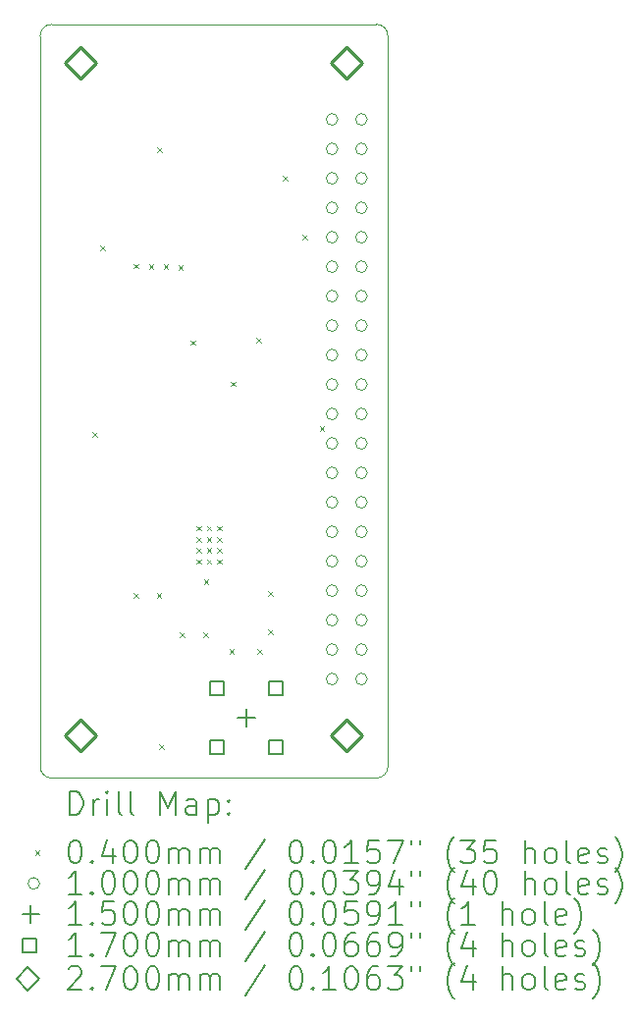
<source format=gbr>
%TF.GenerationSoftware,KiCad,Pcbnew,7.0.6*%
%TF.CreationDate,2024-05-06T19:07:53-07:00*%
%TF.ProjectId,2400_TCXO_RPi,32343030-5f54-4435-984f-5f5250692e6b,1.0*%
%TF.SameCoordinates,Original*%
%TF.FileFunction,Drillmap*%
%TF.FilePolarity,Positive*%
%FSLAX45Y45*%
G04 Gerber Fmt 4.5, Leading zero omitted, Abs format (unit mm)*
G04 Created by KiCad (PCBNEW 7.0.6) date 2024-05-06 19:07:53*
%MOMM*%
%LPD*%
G01*
G04 APERTURE LIST*
%ADD10C,0.100000*%
%ADD11C,0.200000*%
%ADD12C,0.040000*%
%ADD13C,0.150000*%
%ADD14C,0.170000*%
%ADD15C,0.270000*%
G04 APERTURE END LIST*
D10*
X12605000Y-4817000D02*
G75*
G03*
X12505000Y-4917000I0J-100000D01*
G01*
X15505000Y-4917000D02*
G75*
G03*
X15405000Y-4817000I-100000J0D01*
G01*
X12505000Y-4917000D02*
X12505000Y-11217000D01*
X15405000Y-4817000D02*
X12605000Y-4817000D01*
X15505000Y-11217000D02*
X15505000Y-4917000D01*
X12605000Y-11317000D02*
X15405000Y-11317000D01*
X15405000Y-11317000D02*
G75*
G03*
X15505000Y-11217000I0J100000D01*
G01*
X12505000Y-11217000D02*
G75*
G03*
X12605000Y-11317000I100000J0D01*
G01*
D11*
D12*
X12956000Y-8336000D02*
X12996000Y-8376000D01*
X12996000Y-8336000D02*
X12956000Y-8376000D01*
X13024000Y-6723000D02*
X13064000Y-6763000D01*
X13064000Y-6723000D02*
X13024000Y-6763000D01*
X13310000Y-9722500D02*
X13350000Y-9762500D01*
X13350000Y-9722500D02*
X13310000Y-9762500D01*
X13312500Y-6882500D02*
X13352500Y-6922500D01*
X13352500Y-6882500D02*
X13312500Y-6922500D01*
X13442500Y-6885000D02*
X13482500Y-6925000D01*
X13482500Y-6885000D02*
X13442500Y-6925000D01*
X13510000Y-9722500D02*
X13550000Y-9762500D01*
X13550000Y-9722500D02*
X13510000Y-9762500D01*
X13516000Y-5877000D02*
X13556000Y-5917000D01*
X13556000Y-5877000D02*
X13516000Y-5917000D01*
X13529800Y-11027200D02*
X13569800Y-11067200D01*
X13569800Y-11027200D02*
X13529800Y-11067200D01*
X13570000Y-6887500D02*
X13610000Y-6927500D01*
X13610000Y-6887500D02*
X13570000Y-6927500D01*
X13697500Y-6892500D02*
X13737500Y-6932500D01*
X13737500Y-6892500D02*
X13697500Y-6932500D01*
X13707600Y-10062000D02*
X13747600Y-10102000D01*
X13747600Y-10062000D02*
X13707600Y-10102000D01*
X13803000Y-7542000D02*
X13843000Y-7582000D01*
X13843000Y-7542000D02*
X13803000Y-7582000D01*
X13855000Y-9142500D02*
X13895000Y-9182500D01*
X13895000Y-9142500D02*
X13855000Y-9182500D01*
X13855000Y-9237500D02*
X13895000Y-9277500D01*
X13895000Y-9237500D02*
X13855000Y-9277500D01*
X13855000Y-9332500D02*
X13895000Y-9372500D01*
X13895000Y-9332500D02*
X13855000Y-9372500D01*
X13855000Y-9430000D02*
X13895000Y-9470000D01*
X13895000Y-9430000D02*
X13855000Y-9470000D01*
X13910800Y-10062000D02*
X13950800Y-10102000D01*
X13950800Y-10062000D02*
X13910800Y-10102000D01*
X13917000Y-9604000D02*
X13957000Y-9644000D01*
X13957000Y-9604000D02*
X13917000Y-9644000D01*
X13942500Y-9142500D02*
X13982500Y-9182500D01*
X13982500Y-9142500D02*
X13942500Y-9182500D01*
X13942500Y-9237500D02*
X13982500Y-9277500D01*
X13982500Y-9237500D02*
X13942500Y-9277500D01*
X13942500Y-9332500D02*
X13982500Y-9372500D01*
X13982500Y-9332500D02*
X13942500Y-9372500D01*
X13942500Y-9430000D02*
X13982500Y-9470000D01*
X13982500Y-9430000D02*
X13942500Y-9470000D01*
X14030000Y-9142500D02*
X14070000Y-9182500D01*
X14070000Y-9142500D02*
X14030000Y-9182500D01*
X14030000Y-9237500D02*
X14070000Y-9277500D01*
X14070000Y-9237500D02*
X14030000Y-9277500D01*
X14030000Y-9332500D02*
X14070000Y-9372500D01*
X14070000Y-9332500D02*
X14030000Y-9372500D01*
X14030000Y-9430000D02*
X14070000Y-9470000D01*
X14070000Y-9430000D02*
X14030000Y-9470000D01*
X14137000Y-10208000D02*
X14177000Y-10248000D01*
X14177000Y-10208000D02*
X14137000Y-10248000D01*
X14152000Y-7898000D02*
X14192000Y-7938000D01*
X14192000Y-7898000D02*
X14152000Y-7938000D01*
X14371230Y-7518770D02*
X14411230Y-7558770D01*
X14411230Y-7518770D02*
X14371230Y-7558770D01*
X14379000Y-10203000D02*
X14419000Y-10243000D01*
X14419000Y-10203000D02*
X14379000Y-10243000D01*
X14469600Y-9706400D02*
X14509600Y-9746400D01*
X14509600Y-9706400D02*
X14469600Y-9746400D01*
X14469600Y-10036600D02*
X14509600Y-10076600D01*
X14509600Y-10036600D02*
X14469600Y-10076600D01*
X14596600Y-6125000D02*
X14636600Y-6165000D01*
X14636600Y-6125000D02*
X14596600Y-6165000D01*
X14767500Y-6632500D02*
X14807500Y-6672500D01*
X14807500Y-6632500D02*
X14767500Y-6672500D01*
X14914950Y-8284000D02*
X14954950Y-8324000D01*
X14954950Y-8284000D02*
X14914950Y-8324000D01*
D10*
X15073000Y-5637000D02*
G75*
G03*
X15073000Y-5637000I-50000J0D01*
G01*
X15073000Y-5891000D02*
G75*
G03*
X15073000Y-5891000I-50000J0D01*
G01*
X15073000Y-6145000D02*
G75*
G03*
X15073000Y-6145000I-50000J0D01*
G01*
X15073000Y-6399000D02*
G75*
G03*
X15073000Y-6399000I-50000J0D01*
G01*
X15073000Y-6653000D02*
G75*
G03*
X15073000Y-6653000I-50000J0D01*
G01*
X15073000Y-6907000D02*
G75*
G03*
X15073000Y-6907000I-50000J0D01*
G01*
X15073000Y-7161000D02*
G75*
G03*
X15073000Y-7161000I-50000J0D01*
G01*
X15073000Y-7415000D02*
G75*
G03*
X15073000Y-7415000I-50000J0D01*
G01*
X15073000Y-7669000D02*
G75*
G03*
X15073000Y-7669000I-50000J0D01*
G01*
X15073000Y-7923000D02*
G75*
G03*
X15073000Y-7923000I-50000J0D01*
G01*
X15073000Y-8177000D02*
G75*
G03*
X15073000Y-8177000I-50000J0D01*
G01*
X15073000Y-8431000D02*
G75*
G03*
X15073000Y-8431000I-50000J0D01*
G01*
X15073000Y-8685000D02*
G75*
G03*
X15073000Y-8685000I-50000J0D01*
G01*
X15073000Y-8939000D02*
G75*
G03*
X15073000Y-8939000I-50000J0D01*
G01*
X15073000Y-9193000D02*
G75*
G03*
X15073000Y-9193000I-50000J0D01*
G01*
X15073000Y-9447000D02*
G75*
G03*
X15073000Y-9447000I-50000J0D01*
G01*
X15073000Y-9701000D02*
G75*
G03*
X15073000Y-9701000I-50000J0D01*
G01*
X15073000Y-9955000D02*
G75*
G03*
X15073000Y-9955000I-50000J0D01*
G01*
X15073000Y-10209000D02*
G75*
G03*
X15073000Y-10209000I-50000J0D01*
G01*
X15073000Y-10463000D02*
G75*
G03*
X15073000Y-10463000I-50000J0D01*
G01*
X15327000Y-5637000D02*
G75*
G03*
X15327000Y-5637000I-50000J0D01*
G01*
X15327000Y-5891000D02*
G75*
G03*
X15327000Y-5891000I-50000J0D01*
G01*
X15327000Y-6145000D02*
G75*
G03*
X15327000Y-6145000I-50000J0D01*
G01*
X15327000Y-6399000D02*
G75*
G03*
X15327000Y-6399000I-50000J0D01*
G01*
X15327000Y-6653000D02*
G75*
G03*
X15327000Y-6653000I-50000J0D01*
G01*
X15327000Y-6907000D02*
G75*
G03*
X15327000Y-6907000I-50000J0D01*
G01*
X15327000Y-7161000D02*
G75*
G03*
X15327000Y-7161000I-50000J0D01*
G01*
X15327000Y-7415000D02*
G75*
G03*
X15327000Y-7415000I-50000J0D01*
G01*
X15327000Y-7669000D02*
G75*
G03*
X15327000Y-7669000I-50000J0D01*
G01*
X15327000Y-7923000D02*
G75*
G03*
X15327000Y-7923000I-50000J0D01*
G01*
X15327000Y-8177000D02*
G75*
G03*
X15327000Y-8177000I-50000J0D01*
G01*
X15327000Y-8431000D02*
G75*
G03*
X15327000Y-8431000I-50000J0D01*
G01*
X15327000Y-8685000D02*
G75*
G03*
X15327000Y-8685000I-50000J0D01*
G01*
X15327000Y-8939000D02*
G75*
G03*
X15327000Y-8939000I-50000J0D01*
G01*
X15327000Y-9193000D02*
G75*
G03*
X15327000Y-9193000I-50000J0D01*
G01*
X15327000Y-9447000D02*
G75*
G03*
X15327000Y-9447000I-50000J0D01*
G01*
X15327000Y-9701000D02*
G75*
G03*
X15327000Y-9701000I-50000J0D01*
G01*
X15327000Y-9955000D02*
G75*
G03*
X15327000Y-9955000I-50000J0D01*
G01*
X15327000Y-10209000D02*
G75*
G03*
X15327000Y-10209000I-50000J0D01*
G01*
X15327000Y-10463000D02*
G75*
G03*
X15327000Y-10463000I-50000J0D01*
G01*
D13*
X14283000Y-10721000D02*
X14283000Y-10871000D01*
X14208000Y-10796000D02*
X14358000Y-10796000D01*
D14*
X14089105Y-10602105D02*
X14089105Y-10481895D01*
X13968895Y-10481895D01*
X13968895Y-10602105D01*
X14089105Y-10602105D01*
X14089105Y-11110105D02*
X14089105Y-10989895D01*
X13968895Y-10989895D01*
X13968895Y-11110105D01*
X14089105Y-11110105D01*
X14597105Y-10602105D02*
X14597105Y-10481895D01*
X14476895Y-10481895D01*
X14476895Y-10602105D01*
X14597105Y-10602105D01*
X14597105Y-11110105D02*
X14597105Y-10989895D01*
X14476895Y-10989895D01*
X14476895Y-11110105D01*
X14597105Y-11110105D01*
D15*
X12850000Y-5285000D02*
X12985000Y-5150000D01*
X12850000Y-5015000D01*
X12715000Y-5150000D01*
X12850000Y-5285000D01*
X12855000Y-11085000D02*
X12990000Y-10950000D01*
X12855000Y-10815000D01*
X12720000Y-10950000D01*
X12855000Y-11085000D01*
X15150000Y-5285000D02*
X15285000Y-5150000D01*
X15150000Y-5015000D01*
X15015000Y-5150000D01*
X15150000Y-5285000D01*
X15150000Y-11085000D02*
X15285000Y-10950000D01*
X15150000Y-10815000D01*
X15015000Y-10950000D01*
X15150000Y-11085000D01*
D11*
X12760777Y-11633484D02*
X12760777Y-11433484D01*
X12760777Y-11433484D02*
X12808396Y-11433484D01*
X12808396Y-11433484D02*
X12836967Y-11443008D01*
X12836967Y-11443008D02*
X12856015Y-11462055D01*
X12856015Y-11462055D02*
X12865539Y-11481103D01*
X12865539Y-11481103D02*
X12875062Y-11519198D01*
X12875062Y-11519198D02*
X12875062Y-11547769D01*
X12875062Y-11547769D02*
X12865539Y-11585865D01*
X12865539Y-11585865D02*
X12856015Y-11604912D01*
X12856015Y-11604912D02*
X12836967Y-11623960D01*
X12836967Y-11623960D02*
X12808396Y-11633484D01*
X12808396Y-11633484D02*
X12760777Y-11633484D01*
X12960777Y-11633484D02*
X12960777Y-11500150D01*
X12960777Y-11538246D02*
X12970301Y-11519198D01*
X12970301Y-11519198D02*
X12979824Y-11509674D01*
X12979824Y-11509674D02*
X12998872Y-11500150D01*
X12998872Y-11500150D02*
X13017920Y-11500150D01*
X13084586Y-11633484D02*
X13084586Y-11500150D01*
X13084586Y-11433484D02*
X13075062Y-11443008D01*
X13075062Y-11443008D02*
X13084586Y-11452531D01*
X13084586Y-11452531D02*
X13094110Y-11443008D01*
X13094110Y-11443008D02*
X13084586Y-11433484D01*
X13084586Y-11433484D02*
X13084586Y-11452531D01*
X13208396Y-11633484D02*
X13189348Y-11623960D01*
X13189348Y-11623960D02*
X13179824Y-11604912D01*
X13179824Y-11604912D02*
X13179824Y-11433484D01*
X13313158Y-11633484D02*
X13294110Y-11623960D01*
X13294110Y-11623960D02*
X13284586Y-11604912D01*
X13284586Y-11604912D02*
X13284586Y-11433484D01*
X13541729Y-11633484D02*
X13541729Y-11433484D01*
X13541729Y-11433484D02*
X13608396Y-11576341D01*
X13608396Y-11576341D02*
X13675062Y-11433484D01*
X13675062Y-11433484D02*
X13675062Y-11633484D01*
X13856015Y-11633484D02*
X13856015Y-11528722D01*
X13856015Y-11528722D02*
X13846491Y-11509674D01*
X13846491Y-11509674D02*
X13827443Y-11500150D01*
X13827443Y-11500150D02*
X13789348Y-11500150D01*
X13789348Y-11500150D02*
X13770301Y-11509674D01*
X13856015Y-11623960D02*
X13836967Y-11633484D01*
X13836967Y-11633484D02*
X13789348Y-11633484D01*
X13789348Y-11633484D02*
X13770301Y-11623960D01*
X13770301Y-11623960D02*
X13760777Y-11604912D01*
X13760777Y-11604912D02*
X13760777Y-11585865D01*
X13760777Y-11585865D02*
X13770301Y-11566817D01*
X13770301Y-11566817D02*
X13789348Y-11557293D01*
X13789348Y-11557293D02*
X13836967Y-11557293D01*
X13836967Y-11557293D02*
X13856015Y-11547769D01*
X13951253Y-11500150D02*
X13951253Y-11700150D01*
X13951253Y-11509674D02*
X13970301Y-11500150D01*
X13970301Y-11500150D02*
X14008396Y-11500150D01*
X14008396Y-11500150D02*
X14027443Y-11509674D01*
X14027443Y-11509674D02*
X14036967Y-11519198D01*
X14036967Y-11519198D02*
X14046491Y-11538246D01*
X14046491Y-11538246D02*
X14046491Y-11595388D01*
X14046491Y-11595388D02*
X14036967Y-11614436D01*
X14036967Y-11614436D02*
X14027443Y-11623960D01*
X14027443Y-11623960D02*
X14008396Y-11633484D01*
X14008396Y-11633484D02*
X13970301Y-11633484D01*
X13970301Y-11633484D02*
X13951253Y-11623960D01*
X14132205Y-11614436D02*
X14141729Y-11623960D01*
X14141729Y-11623960D02*
X14132205Y-11633484D01*
X14132205Y-11633484D02*
X14122682Y-11623960D01*
X14122682Y-11623960D02*
X14132205Y-11614436D01*
X14132205Y-11614436D02*
X14132205Y-11633484D01*
X14132205Y-11509674D02*
X14141729Y-11519198D01*
X14141729Y-11519198D02*
X14132205Y-11528722D01*
X14132205Y-11528722D02*
X14122682Y-11519198D01*
X14122682Y-11519198D02*
X14132205Y-11509674D01*
X14132205Y-11509674D02*
X14132205Y-11528722D01*
D12*
X12460000Y-11942000D02*
X12500000Y-11982000D01*
X12500000Y-11942000D02*
X12460000Y-11982000D01*
D11*
X12798872Y-11853484D02*
X12817920Y-11853484D01*
X12817920Y-11853484D02*
X12836967Y-11863008D01*
X12836967Y-11863008D02*
X12846491Y-11872531D01*
X12846491Y-11872531D02*
X12856015Y-11891579D01*
X12856015Y-11891579D02*
X12865539Y-11929674D01*
X12865539Y-11929674D02*
X12865539Y-11977293D01*
X12865539Y-11977293D02*
X12856015Y-12015388D01*
X12856015Y-12015388D02*
X12846491Y-12034436D01*
X12846491Y-12034436D02*
X12836967Y-12043960D01*
X12836967Y-12043960D02*
X12817920Y-12053484D01*
X12817920Y-12053484D02*
X12798872Y-12053484D01*
X12798872Y-12053484D02*
X12779824Y-12043960D01*
X12779824Y-12043960D02*
X12770301Y-12034436D01*
X12770301Y-12034436D02*
X12760777Y-12015388D01*
X12760777Y-12015388D02*
X12751253Y-11977293D01*
X12751253Y-11977293D02*
X12751253Y-11929674D01*
X12751253Y-11929674D02*
X12760777Y-11891579D01*
X12760777Y-11891579D02*
X12770301Y-11872531D01*
X12770301Y-11872531D02*
X12779824Y-11863008D01*
X12779824Y-11863008D02*
X12798872Y-11853484D01*
X12951253Y-12034436D02*
X12960777Y-12043960D01*
X12960777Y-12043960D02*
X12951253Y-12053484D01*
X12951253Y-12053484D02*
X12941729Y-12043960D01*
X12941729Y-12043960D02*
X12951253Y-12034436D01*
X12951253Y-12034436D02*
X12951253Y-12053484D01*
X13132205Y-11920150D02*
X13132205Y-12053484D01*
X13084586Y-11843960D02*
X13036967Y-11986817D01*
X13036967Y-11986817D02*
X13160777Y-11986817D01*
X13275062Y-11853484D02*
X13294110Y-11853484D01*
X13294110Y-11853484D02*
X13313158Y-11863008D01*
X13313158Y-11863008D02*
X13322682Y-11872531D01*
X13322682Y-11872531D02*
X13332205Y-11891579D01*
X13332205Y-11891579D02*
X13341729Y-11929674D01*
X13341729Y-11929674D02*
X13341729Y-11977293D01*
X13341729Y-11977293D02*
X13332205Y-12015388D01*
X13332205Y-12015388D02*
X13322682Y-12034436D01*
X13322682Y-12034436D02*
X13313158Y-12043960D01*
X13313158Y-12043960D02*
X13294110Y-12053484D01*
X13294110Y-12053484D02*
X13275062Y-12053484D01*
X13275062Y-12053484D02*
X13256015Y-12043960D01*
X13256015Y-12043960D02*
X13246491Y-12034436D01*
X13246491Y-12034436D02*
X13236967Y-12015388D01*
X13236967Y-12015388D02*
X13227443Y-11977293D01*
X13227443Y-11977293D02*
X13227443Y-11929674D01*
X13227443Y-11929674D02*
X13236967Y-11891579D01*
X13236967Y-11891579D02*
X13246491Y-11872531D01*
X13246491Y-11872531D02*
X13256015Y-11863008D01*
X13256015Y-11863008D02*
X13275062Y-11853484D01*
X13465539Y-11853484D02*
X13484586Y-11853484D01*
X13484586Y-11853484D02*
X13503634Y-11863008D01*
X13503634Y-11863008D02*
X13513158Y-11872531D01*
X13513158Y-11872531D02*
X13522682Y-11891579D01*
X13522682Y-11891579D02*
X13532205Y-11929674D01*
X13532205Y-11929674D02*
X13532205Y-11977293D01*
X13532205Y-11977293D02*
X13522682Y-12015388D01*
X13522682Y-12015388D02*
X13513158Y-12034436D01*
X13513158Y-12034436D02*
X13503634Y-12043960D01*
X13503634Y-12043960D02*
X13484586Y-12053484D01*
X13484586Y-12053484D02*
X13465539Y-12053484D01*
X13465539Y-12053484D02*
X13446491Y-12043960D01*
X13446491Y-12043960D02*
X13436967Y-12034436D01*
X13436967Y-12034436D02*
X13427443Y-12015388D01*
X13427443Y-12015388D02*
X13417920Y-11977293D01*
X13417920Y-11977293D02*
X13417920Y-11929674D01*
X13417920Y-11929674D02*
X13427443Y-11891579D01*
X13427443Y-11891579D02*
X13436967Y-11872531D01*
X13436967Y-11872531D02*
X13446491Y-11863008D01*
X13446491Y-11863008D02*
X13465539Y-11853484D01*
X13617920Y-12053484D02*
X13617920Y-11920150D01*
X13617920Y-11939198D02*
X13627443Y-11929674D01*
X13627443Y-11929674D02*
X13646491Y-11920150D01*
X13646491Y-11920150D02*
X13675063Y-11920150D01*
X13675063Y-11920150D02*
X13694110Y-11929674D01*
X13694110Y-11929674D02*
X13703634Y-11948722D01*
X13703634Y-11948722D02*
X13703634Y-12053484D01*
X13703634Y-11948722D02*
X13713158Y-11929674D01*
X13713158Y-11929674D02*
X13732205Y-11920150D01*
X13732205Y-11920150D02*
X13760777Y-11920150D01*
X13760777Y-11920150D02*
X13779824Y-11929674D01*
X13779824Y-11929674D02*
X13789348Y-11948722D01*
X13789348Y-11948722D02*
X13789348Y-12053484D01*
X13884586Y-12053484D02*
X13884586Y-11920150D01*
X13884586Y-11939198D02*
X13894110Y-11929674D01*
X13894110Y-11929674D02*
X13913158Y-11920150D01*
X13913158Y-11920150D02*
X13941729Y-11920150D01*
X13941729Y-11920150D02*
X13960777Y-11929674D01*
X13960777Y-11929674D02*
X13970301Y-11948722D01*
X13970301Y-11948722D02*
X13970301Y-12053484D01*
X13970301Y-11948722D02*
X13979824Y-11929674D01*
X13979824Y-11929674D02*
X13998872Y-11920150D01*
X13998872Y-11920150D02*
X14027443Y-11920150D01*
X14027443Y-11920150D02*
X14046491Y-11929674D01*
X14046491Y-11929674D02*
X14056015Y-11948722D01*
X14056015Y-11948722D02*
X14056015Y-12053484D01*
X14446491Y-11843960D02*
X14275063Y-12101103D01*
X14703634Y-11853484D02*
X14722682Y-11853484D01*
X14722682Y-11853484D02*
X14741729Y-11863008D01*
X14741729Y-11863008D02*
X14751253Y-11872531D01*
X14751253Y-11872531D02*
X14760777Y-11891579D01*
X14760777Y-11891579D02*
X14770301Y-11929674D01*
X14770301Y-11929674D02*
X14770301Y-11977293D01*
X14770301Y-11977293D02*
X14760777Y-12015388D01*
X14760777Y-12015388D02*
X14751253Y-12034436D01*
X14751253Y-12034436D02*
X14741729Y-12043960D01*
X14741729Y-12043960D02*
X14722682Y-12053484D01*
X14722682Y-12053484D02*
X14703634Y-12053484D01*
X14703634Y-12053484D02*
X14684586Y-12043960D01*
X14684586Y-12043960D02*
X14675063Y-12034436D01*
X14675063Y-12034436D02*
X14665539Y-12015388D01*
X14665539Y-12015388D02*
X14656015Y-11977293D01*
X14656015Y-11977293D02*
X14656015Y-11929674D01*
X14656015Y-11929674D02*
X14665539Y-11891579D01*
X14665539Y-11891579D02*
X14675063Y-11872531D01*
X14675063Y-11872531D02*
X14684586Y-11863008D01*
X14684586Y-11863008D02*
X14703634Y-11853484D01*
X14856015Y-12034436D02*
X14865539Y-12043960D01*
X14865539Y-12043960D02*
X14856015Y-12053484D01*
X14856015Y-12053484D02*
X14846491Y-12043960D01*
X14846491Y-12043960D02*
X14856015Y-12034436D01*
X14856015Y-12034436D02*
X14856015Y-12053484D01*
X14989348Y-11853484D02*
X15008396Y-11853484D01*
X15008396Y-11853484D02*
X15027444Y-11863008D01*
X15027444Y-11863008D02*
X15036967Y-11872531D01*
X15036967Y-11872531D02*
X15046491Y-11891579D01*
X15046491Y-11891579D02*
X15056015Y-11929674D01*
X15056015Y-11929674D02*
X15056015Y-11977293D01*
X15056015Y-11977293D02*
X15046491Y-12015388D01*
X15046491Y-12015388D02*
X15036967Y-12034436D01*
X15036967Y-12034436D02*
X15027444Y-12043960D01*
X15027444Y-12043960D02*
X15008396Y-12053484D01*
X15008396Y-12053484D02*
X14989348Y-12053484D01*
X14989348Y-12053484D02*
X14970301Y-12043960D01*
X14970301Y-12043960D02*
X14960777Y-12034436D01*
X14960777Y-12034436D02*
X14951253Y-12015388D01*
X14951253Y-12015388D02*
X14941729Y-11977293D01*
X14941729Y-11977293D02*
X14941729Y-11929674D01*
X14941729Y-11929674D02*
X14951253Y-11891579D01*
X14951253Y-11891579D02*
X14960777Y-11872531D01*
X14960777Y-11872531D02*
X14970301Y-11863008D01*
X14970301Y-11863008D02*
X14989348Y-11853484D01*
X15246491Y-12053484D02*
X15132206Y-12053484D01*
X15189348Y-12053484D02*
X15189348Y-11853484D01*
X15189348Y-11853484D02*
X15170301Y-11882055D01*
X15170301Y-11882055D02*
X15151253Y-11901103D01*
X15151253Y-11901103D02*
X15132206Y-11910627D01*
X15427444Y-11853484D02*
X15332206Y-11853484D01*
X15332206Y-11853484D02*
X15322682Y-11948722D01*
X15322682Y-11948722D02*
X15332206Y-11939198D01*
X15332206Y-11939198D02*
X15351253Y-11929674D01*
X15351253Y-11929674D02*
X15398872Y-11929674D01*
X15398872Y-11929674D02*
X15417920Y-11939198D01*
X15417920Y-11939198D02*
X15427444Y-11948722D01*
X15427444Y-11948722D02*
X15436967Y-11967769D01*
X15436967Y-11967769D02*
X15436967Y-12015388D01*
X15436967Y-12015388D02*
X15427444Y-12034436D01*
X15427444Y-12034436D02*
X15417920Y-12043960D01*
X15417920Y-12043960D02*
X15398872Y-12053484D01*
X15398872Y-12053484D02*
X15351253Y-12053484D01*
X15351253Y-12053484D02*
X15332206Y-12043960D01*
X15332206Y-12043960D02*
X15322682Y-12034436D01*
X15503634Y-11853484D02*
X15636967Y-11853484D01*
X15636967Y-11853484D02*
X15551253Y-12053484D01*
X15703634Y-11853484D02*
X15703634Y-11891579D01*
X15779825Y-11853484D02*
X15779825Y-11891579D01*
X16075063Y-12129674D02*
X16065539Y-12120150D01*
X16065539Y-12120150D02*
X16046491Y-12091579D01*
X16046491Y-12091579D02*
X16036968Y-12072531D01*
X16036968Y-12072531D02*
X16027444Y-12043960D01*
X16027444Y-12043960D02*
X16017920Y-11996341D01*
X16017920Y-11996341D02*
X16017920Y-11958246D01*
X16017920Y-11958246D02*
X16027444Y-11910627D01*
X16027444Y-11910627D02*
X16036968Y-11882055D01*
X16036968Y-11882055D02*
X16046491Y-11863008D01*
X16046491Y-11863008D02*
X16065539Y-11834436D01*
X16065539Y-11834436D02*
X16075063Y-11824912D01*
X16132206Y-11853484D02*
X16256015Y-11853484D01*
X16256015Y-11853484D02*
X16189348Y-11929674D01*
X16189348Y-11929674D02*
X16217920Y-11929674D01*
X16217920Y-11929674D02*
X16236968Y-11939198D01*
X16236968Y-11939198D02*
X16246491Y-11948722D01*
X16246491Y-11948722D02*
X16256015Y-11967769D01*
X16256015Y-11967769D02*
X16256015Y-12015388D01*
X16256015Y-12015388D02*
X16246491Y-12034436D01*
X16246491Y-12034436D02*
X16236968Y-12043960D01*
X16236968Y-12043960D02*
X16217920Y-12053484D01*
X16217920Y-12053484D02*
X16160777Y-12053484D01*
X16160777Y-12053484D02*
X16141729Y-12043960D01*
X16141729Y-12043960D02*
X16132206Y-12034436D01*
X16436968Y-11853484D02*
X16341729Y-11853484D01*
X16341729Y-11853484D02*
X16332206Y-11948722D01*
X16332206Y-11948722D02*
X16341729Y-11939198D01*
X16341729Y-11939198D02*
X16360777Y-11929674D01*
X16360777Y-11929674D02*
X16408396Y-11929674D01*
X16408396Y-11929674D02*
X16427444Y-11939198D01*
X16427444Y-11939198D02*
X16436968Y-11948722D01*
X16436968Y-11948722D02*
X16446491Y-11967769D01*
X16446491Y-11967769D02*
X16446491Y-12015388D01*
X16446491Y-12015388D02*
X16436968Y-12034436D01*
X16436968Y-12034436D02*
X16427444Y-12043960D01*
X16427444Y-12043960D02*
X16408396Y-12053484D01*
X16408396Y-12053484D02*
X16360777Y-12053484D01*
X16360777Y-12053484D02*
X16341729Y-12043960D01*
X16341729Y-12043960D02*
X16332206Y-12034436D01*
X16684587Y-12053484D02*
X16684587Y-11853484D01*
X16770301Y-12053484D02*
X16770301Y-11948722D01*
X16770301Y-11948722D02*
X16760777Y-11929674D01*
X16760777Y-11929674D02*
X16741730Y-11920150D01*
X16741730Y-11920150D02*
X16713158Y-11920150D01*
X16713158Y-11920150D02*
X16694110Y-11929674D01*
X16694110Y-11929674D02*
X16684587Y-11939198D01*
X16894111Y-12053484D02*
X16875063Y-12043960D01*
X16875063Y-12043960D02*
X16865539Y-12034436D01*
X16865539Y-12034436D02*
X16856015Y-12015388D01*
X16856015Y-12015388D02*
X16856015Y-11958246D01*
X16856015Y-11958246D02*
X16865539Y-11939198D01*
X16865539Y-11939198D02*
X16875063Y-11929674D01*
X16875063Y-11929674D02*
X16894111Y-11920150D01*
X16894111Y-11920150D02*
X16922682Y-11920150D01*
X16922682Y-11920150D02*
X16941730Y-11929674D01*
X16941730Y-11929674D02*
X16951253Y-11939198D01*
X16951253Y-11939198D02*
X16960777Y-11958246D01*
X16960777Y-11958246D02*
X16960777Y-12015388D01*
X16960777Y-12015388D02*
X16951253Y-12034436D01*
X16951253Y-12034436D02*
X16941730Y-12043960D01*
X16941730Y-12043960D02*
X16922682Y-12053484D01*
X16922682Y-12053484D02*
X16894111Y-12053484D01*
X17075063Y-12053484D02*
X17056015Y-12043960D01*
X17056015Y-12043960D02*
X17046492Y-12024912D01*
X17046492Y-12024912D02*
X17046492Y-11853484D01*
X17227444Y-12043960D02*
X17208396Y-12053484D01*
X17208396Y-12053484D02*
X17170301Y-12053484D01*
X17170301Y-12053484D02*
X17151253Y-12043960D01*
X17151253Y-12043960D02*
X17141730Y-12024912D01*
X17141730Y-12024912D02*
X17141730Y-11948722D01*
X17141730Y-11948722D02*
X17151253Y-11929674D01*
X17151253Y-11929674D02*
X17170301Y-11920150D01*
X17170301Y-11920150D02*
X17208396Y-11920150D01*
X17208396Y-11920150D02*
X17227444Y-11929674D01*
X17227444Y-11929674D02*
X17236968Y-11948722D01*
X17236968Y-11948722D02*
X17236968Y-11967769D01*
X17236968Y-11967769D02*
X17141730Y-11986817D01*
X17313158Y-12043960D02*
X17332206Y-12053484D01*
X17332206Y-12053484D02*
X17370301Y-12053484D01*
X17370301Y-12053484D02*
X17389349Y-12043960D01*
X17389349Y-12043960D02*
X17398873Y-12024912D01*
X17398873Y-12024912D02*
X17398873Y-12015388D01*
X17398873Y-12015388D02*
X17389349Y-11996341D01*
X17389349Y-11996341D02*
X17370301Y-11986817D01*
X17370301Y-11986817D02*
X17341730Y-11986817D01*
X17341730Y-11986817D02*
X17322682Y-11977293D01*
X17322682Y-11977293D02*
X17313158Y-11958246D01*
X17313158Y-11958246D02*
X17313158Y-11948722D01*
X17313158Y-11948722D02*
X17322682Y-11929674D01*
X17322682Y-11929674D02*
X17341730Y-11920150D01*
X17341730Y-11920150D02*
X17370301Y-11920150D01*
X17370301Y-11920150D02*
X17389349Y-11929674D01*
X17465539Y-12129674D02*
X17475063Y-12120150D01*
X17475063Y-12120150D02*
X17494111Y-12091579D01*
X17494111Y-12091579D02*
X17503634Y-12072531D01*
X17503634Y-12072531D02*
X17513158Y-12043960D01*
X17513158Y-12043960D02*
X17522682Y-11996341D01*
X17522682Y-11996341D02*
X17522682Y-11958246D01*
X17522682Y-11958246D02*
X17513158Y-11910627D01*
X17513158Y-11910627D02*
X17503634Y-11882055D01*
X17503634Y-11882055D02*
X17494111Y-11863008D01*
X17494111Y-11863008D02*
X17475063Y-11834436D01*
X17475063Y-11834436D02*
X17465539Y-11824912D01*
D10*
X12500000Y-12226000D02*
G75*
G03*
X12500000Y-12226000I-50000J0D01*
G01*
D11*
X12865539Y-12317484D02*
X12751253Y-12317484D01*
X12808396Y-12317484D02*
X12808396Y-12117484D01*
X12808396Y-12117484D02*
X12789348Y-12146055D01*
X12789348Y-12146055D02*
X12770301Y-12165103D01*
X12770301Y-12165103D02*
X12751253Y-12174627D01*
X12951253Y-12298436D02*
X12960777Y-12307960D01*
X12960777Y-12307960D02*
X12951253Y-12317484D01*
X12951253Y-12317484D02*
X12941729Y-12307960D01*
X12941729Y-12307960D02*
X12951253Y-12298436D01*
X12951253Y-12298436D02*
X12951253Y-12317484D01*
X13084586Y-12117484D02*
X13103634Y-12117484D01*
X13103634Y-12117484D02*
X13122682Y-12127008D01*
X13122682Y-12127008D02*
X13132205Y-12136531D01*
X13132205Y-12136531D02*
X13141729Y-12155579D01*
X13141729Y-12155579D02*
X13151253Y-12193674D01*
X13151253Y-12193674D02*
X13151253Y-12241293D01*
X13151253Y-12241293D02*
X13141729Y-12279388D01*
X13141729Y-12279388D02*
X13132205Y-12298436D01*
X13132205Y-12298436D02*
X13122682Y-12307960D01*
X13122682Y-12307960D02*
X13103634Y-12317484D01*
X13103634Y-12317484D02*
X13084586Y-12317484D01*
X13084586Y-12317484D02*
X13065539Y-12307960D01*
X13065539Y-12307960D02*
X13056015Y-12298436D01*
X13056015Y-12298436D02*
X13046491Y-12279388D01*
X13046491Y-12279388D02*
X13036967Y-12241293D01*
X13036967Y-12241293D02*
X13036967Y-12193674D01*
X13036967Y-12193674D02*
X13046491Y-12155579D01*
X13046491Y-12155579D02*
X13056015Y-12136531D01*
X13056015Y-12136531D02*
X13065539Y-12127008D01*
X13065539Y-12127008D02*
X13084586Y-12117484D01*
X13275062Y-12117484D02*
X13294110Y-12117484D01*
X13294110Y-12117484D02*
X13313158Y-12127008D01*
X13313158Y-12127008D02*
X13322682Y-12136531D01*
X13322682Y-12136531D02*
X13332205Y-12155579D01*
X13332205Y-12155579D02*
X13341729Y-12193674D01*
X13341729Y-12193674D02*
X13341729Y-12241293D01*
X13341729Y-12241293D02*
X13332205Y-12279388D01*
X13332205Y-12279388D02*
X13322682Y-12298436D01*
X13322682Y-12298436D02*
X13313158Y-12307960D01*
X13313158Y-12307960D02*
X13294110Y-12317484D01*
X13294110Y-12317484D02*
X13275062Y-12317484D01*
X13275062Y-12317484D02*
X13256015Y-12307960D01*
X13256015Y-12307960D02*
X13246491Y-12298436D01*
X13246491Y-12298436D02*
X13236967Y-12279388D01*
X13236967Y-12279388D02*
X13227443Y-12241293D01*
X13227443Y-12241293D02*
X13227443Y-12193674D01*
X13227443Y-12193674D02*
X13236967Y-12155579D01*
X13236967Y-12155579D02*
X13246491Y-12136531D01*
X13246491Y-12136531D02*
X13256015Y-12127008D01*
X13256015Y-12127008D02*
X13275062Y-12117484D01*
X13465539Y-12117484D02*
X13484586Y-12117484D01*
X13484586Y-12117484D02*
X13503634Y-12127008D01*
X13503634Y-12127008D02*
X13513158Y-12136531D01*
X13513158Y-12136531D02*
X13522682Y-12155579D01*
X13522682Y-12155579D02*
X13532205Y-12193674D01*
X13532205Y-12193674D02*
X13532205Y-12241293D01*
X13532205Y-12241293D02*
X13522682Y-12279388D01*
X13522682Y-12279388D02*
X13513158Y-12298436D01*
X13513158Y-12298436D02*
X13503634Y-12307960D01*
X13503634Y-12307960D02*
X13484586Y-12317484D01*
X13484586Y-12317484D02*
X13465539Y-12317484D01*
X13465539Y-12317484D02*
X13446491Y-12307960D01*
X13446491Y-12307960D02*
X13436967Y-12298436D01*
X13436967Y-12298436D02*
X13427443Y-12279388D01*
X13427443Y-12279388D02*
X13417920Y-12241293D01*
X13417920Y-12241293D02*
X13417920Y-12193674D01*
X13417920Y-12193674D02*
X13427443Y-12155579D01*
X13427443Y-12155579D02*
X13436967Y-12136531D01*
X13436967Y-12136531D02*
X13446491Y-12127008D01*
X13446491Y-12127008D02*
X13465539Y-12117484D01*
X13617920Y-12317484D02*
X13617920Y-12184150D01*
X13617920Y-12203198D02*
X13627443Y-12193674D01*
X13627443Y-12193674D02*
X13646491Y-12184150D01*
X13646491Y-12184150D02*
X13675063Y-12184150D01*
X13675063Y-12184150D02*
X13694110Y-12193674D01*
X13694110Y-12193674D02*
X13703634Y-12212722D01*
X13703634Y-12212722D02*
X13703634Y-12317484D01*
X13703634Y-12212722D02*
X13713158Y-12193674D01*
X13713158Y-12193674D02*
X13732205Y-12184150D01*
X13732205Y-12184150D02*
X13760777Y-12184150D01*
X13760777Y-12184150D02*
X13779824Y-12193674D01*
X13779824Y-12193674D02*
X13789348Y-12212722D01*
X13789348Y-12212722D02*
X13789348Y-12317484D01*
X13884586Y-12317484D02*
X13884586Y-12184150D01*
X13884586Y-12203198D02*
X13894110Y-12193674D01*
X13894110Y-12193674D02*
X13913158Y-12184150D01*
X13913158Y-12184150D02*
X13941729Y-12184150D01*
X13941729Y-12184150D02*
X13960777Y-12193674D01*
X13960777Y-12193674D02*
X13970301Y-12212722D01*
X13970301Y-12212722D02*
X13970301Y-12317484D01*
X13970301Y-12212722D02*
X13979824Y-12193674D01*
X13979824Y-12193674D02*
X13998872Y-12184150D01*
X13998872Y-12184150D02*
X14027443Y-12184150D01*
X14027443Y-12184150D02*
X14046491Y-12193674D01*
X14046491Y-12193674D02*
X14056015Y-12212722D01*
X14056015Y-12212722D02*
X14056015Y-12317484D01*
X14446491Y-12107960D02*
X14275063Y-12365103D01*
X14703634Y-12117484D02*
X14722682Y-12117484D01*
X14722682Y-12117484D02*
X14741729Y-12127008D01*
X14741729Y-12127008D02*
X14751253Y-12136531D01*
X14751253Y-12136531D02*
X14760777Y-12155579D01*
X14760777Y-12155579D02*
X14770301Y-12193674D01*
X14770301Y-12193674D02*
X14770301Y-12241293D01*
X14770301Y-12241293D02*
X14760777Y-12279388D01*
X14760777Y-12279388D02*
X14751253Y-12298436D01*
X14751253Y-12298436D02*
X14741729Y-12307960D01*
X14741729Y-12307960D02*
X14722682Y-12317484D01*
X14722682Y-12317484D02*
X14703634Y-12317484D01*
X14703634Y-12317484D02*
X14684586Y-12307960D01*
X14684586Y-12307960D02*
X14675063Y-12298436D01*
X14675063Y-12298436D02*
X14665539Y-12279388D01*
X14665539Y-12279388D02*
X14656015Y-12241293D01*
X14656015Y-12241293D02*
X14656015Y-12193674D01*
X14656015Y-12193674D02*
X14665539Y-12155579D01*
X14665539Y-12155579D02*
X14675063Y-12136531D01*
X14675063Y-12136531D02*
X14684586Y-12127008D01*
X14684586Y-12127008D02*
X14703634Y-12117484D01*
X14856015Y-12298436D02*
X14865539Y-12307960D01*
X14865539Y-12307960D02*
X14856015Y-12317484D01*
X14856015Y-12317484D02*
X14846491Y-12307960D01*
X14846491Y-12307960D02*
X14856015Y-12298436D01*
X14856015Y-12298436D02*
X14856015Y-12317484D01*
X14989348Y-12117484D02*
X15008396Y-12117484D01*
X15008396Y-12117484D02*
X15027444Y-12127008D01*
X15027444Y-12127008D02*
X15036967Y-12136531D01*
X15036967Y-12136531D02*
X15046491Y-12155579D01*
X15046491Y-12155579D02*
X15056015Y-12193674D01*
X15056015Y-12193674D02*
X15056015Y-12241293D01*
X15056015Y-12241293D02*
X15046491Y-12279388D01*
X15046491Y-12279388D02*
X15036967Y-12298436D01*
X15036967Y-12298436D02*
X15027444Y-12307960D01*
X15027444Y-12307960D02*
X15008396Y-12317484D01*
X15008396Y-12317484D02*
X14989348Y-12317484D01*
X14989348Y-12317484D02*
X14970301Y-12307960D01*
X14970301Y-12307960D02*
X14960777Y-12298436D01*
X14960777Y-12298436D02*
X14951253Y-12279388D01*
X14951253Y-12279388D02*
X14941729Y-12241293D01*
X14941729Y-12241293D02*
X14941729Y-12193674D01*
X14941729Y-12193674D02*
X14951253Y-12155579D01*
X14951253Y-12155579D02*
X14960777Y-12136531D01*
X14960777Y-12136531D02*
X14970301Y-12127008D01*
X14970301Y-12127008D02*
X14989348Y-12117484D01*
X15122682Y-12117484D02*
X15246491Y-12117484D01*
X15246491Y-12117484D02*
X15179825Y-12193674D01*
X15179825Y-12193674D02*
X15208396Y-12193674D01*
X15208396Y-12193674D02*
X15227444Y-12203198D01*
X15227444Y-12203198D02*
X15236967Y-12212722D01*
X15236967Y-12212722D02*
X15246491Y-12231769D01*
X15246491Y-12231769D02*
X15246491Y-12279388D01*
X15246491Y-12279388D02*
X15236967Y-12298436D01*
X15236967Y-12298436D02*
X15227444Y-12307960D01*
X15227444Y-12307960D02*
X15208396Y-12317484D01*
X15208396Y-12317484D02*
X15151253Y-12317484D01*
X15151253Y-12317484D02*
X15132206Y-12307960D01*
X15132206Y-12307960D02*
X15122682Y-12298436D01*
X15341729Y-12317484D02*
X15379825Y-12317484D01*
X15379825Y-12317484D02*
X15398872Y-12307960D01*
X15398872Y-12307960D02*
X15408396Y-12298436D01*
X15408396Y-12298436D02*
X15427444Y-12269865D01*
X15427444Y-12269865D02*
X15436967Y-12231769D01*
X15436967Y-12231769D02*
X15436967Y-12155579D01*
X15436967Y-12155579D02*
X15427444Y-12136531D01*
X15427444Y-12136531D02*
X15417920Y-12127008D01*
X15417920Y-12127008D02*
X15398872Y-12117484D01*
X15398872Y-12117484D02*
X15360777Y-12117484D01*
X15360777Y-12117484D02*
X15341729Y-12127008D01*
X15341729Y-12127008D02*
X15332206Y-12136531D01*
X15332206Y-12136531D02*
X15322682Y-12155579D01*
X15322682Y-12155579D02*
X15322682Y-12203198D01*
X15322682Y-12203198D02*
X15332206Y-12222246D01*
X15332206Y-12222246D02*
X15341729Y-12231769D01*
X15341729Y-12231769D02*
X15360777Y-12241293D01*
X15360777Y-12241293D02*
X15398872Y-12241293D01*
X15398872Y-12241293D02*
X15417920Y-12231769D01*
X15417920Y-12231769D02*
X15427444Y-12222246D01*
X15427444Y-12222246D02*
X15436967Y-12203198D01*
X15608396Y-12184150D02*
X15608396Y-12317484D01*
X15560777Y-12107960D02*
X15513158Y-12250817D01*
X15513158Y-12250817D02*
X15636967Y-12250817D01*
X15703634Y-12117484D02*
X15703634Y-12155579D01*
X15779825Y-12117484D02*
X15779825Y-12155579D01*
X16075063Y-12393674D02*
X16065539Y-12384150D01*
X16065539Y-12384150D02*
X16046491Y-12355579D01*
X16046491Y-12355579D02*
X16036968Y-12336531D01*
X16036968Y-12336531D02*
X16027444Y-12307960D01*
X16027444Y-12307960D02*
X16017920Y-12260341D01*
X16017920Y-12260341D02*
X16017920Y-12222246D01*
X16017920Y-12222246D02*
X16027444Y-12174627D01*
X16027444Y-12174627D02*
X16036968Y-12146055D01*
X16036968Y-12146055D02*
X16046491Y-12127008D01*
X16046491Y-12127008D02*
X16065539Y-12098436D01*
X16065539Y-12098436D02*
X16075063Y-12088912D01*
X16236968Y-12184150D02*
X16236968Y-12317484D01*
X16189348Y-12107960D02*
X16141729Y-12250817D01*
X16141729Y-12250817D02*
X16265539Y-12250817D01*
X16379825Y-12117484D02*
X16398872Y-12117484D01*
X16398872Y-12117484D02*
X16417920Y-12127008D01*
X16417920Y-12127008D02*
X16427444Y-12136531D01*
X16427444Y-12136531D02*
X16436968Y-12155579D01*
X16436968Y-12155579D02*
X16446491Y-12193674D01*
X16446491Y-12193674D02*
X16446491Y-12241293D01*
X16446491Y-12241293D02*
X16436968Y-12279388D01*
X16436968Y-12279388D02*
X16427444Y-12298436D01*
X16427444Y-12298436D02*
X16417920Y-12307960D01*
X16417920Y-12307960D02*
X16398872Y-12317484D01*
X16398872Y-12317484D02*
X16379825Y-12317484D01*
X16379825Y-12317484D02*
X16360777Y-12307960D01*
X16360777Y-12307960D02*
X16351253Y-12298436D01*
X16351253Y-12298436D02*
X16341729Y-12279388D01*
X16341729Y-12279388D02*
X16332206Y-12241293D01*
X16332206Y-12241293D02*
X16332206Y-12193674D01*
X16332206Y-12193674D02*
X16341729Y-12155579D01*
X16341729Y-12155579D02*
X16351253Y-12136531D01*
X16351253Y-12136531D02*
X16360777Y-12127008D01*
X16360777Y-12127008D02*
X16379825Y-12117484D01*
X16684587Y-12317484D02*
X16684587Y-12117484D01*
X16770301Y-12317484D02*
X16770301Y-12212722D01*
X16770301Y-12212722D02*
X16760777Y-12193674D01*
X16760777Y-12193674D02*
X16741730Y-12184150D01*
X16741730Y-12184150D02*
X16713158Y-12184150D01*
X16713158Y-12184150D02*
X16694110Y-12193674D01*
X16694110Y-12193674D02*
X16684587Y-12203198D01*
X16894111Y-12317484D02*
X16875063Y-12307960D01*
X16875063Y-12307960D02*
X16865539Y-12298436D01*
X16865539Y-12298436D02*
X16856015Y-12279388D01*
X16856015Y-12279388D02*
X16856015Y-12222246D01*
X16856015Y-12222246D02*
X16865539Y-12203198D01*
X16865539Y-12203198D02*
X16875063Y-12193674D01*
X16875063Y-12193674D02*
X16894111Y-12184150D01*
X16894111Y-12184150D02*
X16922682Y-12184150D01*
X16922682Y-12184150D02*
X16941730Y-12193674D01*
X16941730Y-12193674D02*
X16951253Y-12203198D01*
X16951253Y-12203198D02*
X16960777Y-12222246D01*
X16960777Y-12222246D02*
X16960777Y-12279388D01*
X16960777Y-12279388D02*
X16951253Y-12298436D01*
X16951253Y-12298436D02*
X16941730Y-12307960D01*
X16941730Y-12307960D02*
X16922682Y-12317484D01*
X16922682Y-12317484D02*
X16894111Y-12317484D01*
X17075063Y-12317484D02*
X17056015Y-12307960D01*
X17056015Y-12307960D02*
X17046492Y-12288912D01*
X17046492Y-12288912D02*
X17046492Y-12117484D01*
X17227444Y-12307960D02*
X17208396Y-12317484D01*
X17208396Y-12317484D02*
X17170301Y-12317484D01*
X17170301Y-12317484D02*
X17151253Y-12307960D01*
X17151253Y-12307960D02*
X17141730Y-12288912D01*
X17141730Y-12288912D02*
X17141730Y-12212722D01*
X17141730Y-12212722D02*
X17151253Y-12193674D01*
X17151253Y-12193674D02*
X17170301Y-12184150D01*
X17170301Y-12184150D02*
X17208396Y-12184150D01*
X17208396Y-12184150D02*
X17227444Y-12193674D01*
X17227444Y-12193674D02*
X17236968Y-12212722D01*
X17236968Y-12212722D02*
X17236968Y-12231769D01*
X17236968Y-12231769D02*
X17141730Y-12250817D01*
X17313158Y-12307960D02*
X17332206Y-12317484D01*
X17332206Y-12317484D02*
X17370301Y-12317484D01*
X17370301Y-12317484D02*
X17389349Y-12307960D01*
X17389349Y-12307960D02*
X17398873Y-12288912D01*
X17398873Y-12288912D02*
X17398873Y-12279388D01*
X17398873Y-12279388D02*
X17389349Y-12260341D01*
X17389349Y-12260341D02*
X17370301Y-12250817D01*
X17370301Y-12250817D02*
X17341730Y-12250817D01*
X17341730Y-12250817D02*
X17322682Y-12241293D01*
X17322682Y-12241293D02*
X17313158Y-12222246D01*
X17313158Y-12222246D02*
X17313158Y-12212722D01*
X17313158Y-12212722D02*
X17322682Y-12193674D01*
X17322682Y-12193674D02*
X17341730Y-12184150D01*
X17341730Y-12184150D02*
X17370301Y-12184150D01*
X17370301Y-12184150D02*
X17389349Y-12193674D01*
X17465539Y-12393674D02*
X17475063Y-12384150D01*
X17475063Y-12384150D02*
X17494111Y-12355579D01*
X17494111Y-12355579D02*
X17503634Y-12336531D01*
X17503634Y-12336531D02*
X17513158Y-12307960D01*
X17513158Y-12307960D02*
X17522682Y-12260341D01*
X17522682Y-12260341D02*
X17522682Y-12222246D01*
X17522682Y-12222246D02*
X17513158Y-12174627D01*
X17513158Y-12174627D02*
X17503634Y-12146055D01*
X17503634Y-12146055D02*
X17494111Y-12127008D01*
X17494111Y-12127008D02*
X17475063Y-12098436D01*
X17475063Y-12098436D02*
X17465539Y-12088912D01*
D13*
X12425000Y-12415000D02*
X12425000Y-12565000D01*
X12350000Y-12490000D02*
X12500000Y-12490000D01*
D11*
X12865539Y-12581484D02*
X12751253Y-12581484D01*
X12808396Y-12581484D02*
X12808396Y-12381484D01*
X12808396Y-12381484D02*
X12789348Y-12410055D01*
X12789348Y-12410055D02*
X12770301Y-12429103D01*
X12770301Y-12429103D02*
X12751253Y-12438627D01*
X12951253Y-12562436D02*
X12960777Y-12571960D01*
X12960777Y-12571960D02*
X12951253Y-12581484D01*
X12951253Y-12581484D02*
X12941729Y-12571960D01*
X12941729Y-12571960D02*
X12951253Y-12562436D01*
X12951253Y-12562436D02*
X12951253Y-12581484D01*
X13141729Y-12381484D02*
X13046491Y-12381484D01*
X13046491Y-12381484D02*
X13036967Y-12476722D01*
X13036967Y-12476722D02*
X13046491Y-12467198D01*
X13046491Y-12467198D02*
X13065539Y-12457674D01*
X13065539Y-12457674D02*
X13113158Y-12457674D01*
X13113158Y-12457674D02*
X13132205Y-12467198D01*
X13132205Y-12467198D02*
X13141729Y-12476722D01*
X13141729Y-12476722D02*
X13151253Y-12495769D01*
X13151253Y-12495769D02*
X13151253Y-12543388D01*
X13151253Y-12543388D02*
X13141729Y-12562436D01*
X13141729Y-12562436D02*
X13132205Y-12571960D01*
X13132205Y-12571960D02*
X13113158Y-12581484D01*
X13113158Y-12581484D02*
X13065539Y-12581484D01*
X13065539Y-12581484D02*
X13046491Y-12571960D01*
X13046491Y-12571960D02*
X13036967Y-12562436D01*
X13275062Y-12381484D02*
X13294110Y-12381484D01*
X13294110Y-12381484D02*
X13313158Y-12391008D01*
X13313158Y-12391008D02*
X13322682Y-12400531D01*
X13322682Y-12400531D02*
X13332205Y-12419579D01*
X13332205Y-12419579D02*
X13341729Y-12457674D01*
X13341729Y-12457674D02*
X13341729Y-12505293D01*
X13341729Y-12505293D02*
X13332205Y-12543388D01*
X13332205Y-12543388D02*
X13322682Y-12562436D01*
X13322682Y-12562436D02*
X13313158Y-12571960D01*
X13313158Y-12571960D02*
X13294110Y-12581484D01*
X13294110Y-12581484D02*
X13275062Y-12581484D01*
X13275062Y-12581484D02*
X13256015Y-12571960D01*
X13256015Y-12571960D02*
X13246491Y-12562436D01*
X13246491Y-12562436D02*
X13236967Y-12543388D01*
X13236967Y-12543388D02*
X13227443Y-12505293D01*
X13227443Y-12505293D02*
X13227443Y-12457674D01*
X13227443Y-12457674D02*
X13236967Y-12419579D01*
X13236967Y-12419579D02*
X13246491Y-12400531D01*
X13246491Y-12400531D02*
X13256015Y-12391008D01*
X13256015Y-12391008D02*
X13275062Y-12381484D01*
X13465539Y-12381484D02*
X13484586Y-12381484D01*
X13484586Y-12381484D02*
X13503634Y-12391008D01*
X13503634Y-12391008D02*
X13513158Y-12400531D01*
X13513158Y-12400531D02*
X13522682Y-12419579D01*
X13522682Y-12419579D02*
X13532205Y-12457674D01*
X13532205Y-12457674D02*
X13532205Y-12505293D01*
X13532205Y-12505293D02*
X13522682Y-12543388D01*
X13522682Y-12543388D02*
X13513158Y-12562436D01*
X13513158Y-12562436D02*
X13503634Y-12571960D01*
X13503634Y-12571960D02*
X13484586Y-12581484D01*
X13484586Y-12581484D02*
X13465539Y-12581484D01*
X13465539Y-12581484D02*
X13446491Y-12571960D01*
X13446491Y-12571960D02*
X13436967Y-12562436D01*
X13436967Y-12562436D02*
X13427443Y-12543388D01*
X13427443Y-12543388D02*
X13417920Y-12505293D01*
X13417920Y-12505293D02*
X13417920Y-12457674D01*
X13417920Y-12457674D02*
X13427443Y-12419579D01*
X13427443Y-12419579D02*
X13436967Y-12400531D01*
X13436967Y-12400531D02*
X13446491Y-12391008D01*
X13446491Y-12391008D02*
X13465539Y-12381484D01*
X13617920Y-12581484D02*
X13617920Y-12448150D01*
X13617920Y-12467198D02*
X13627443Y-12457674D01*
X13627443Y-12457674D02*
X13646491Y-12448150D01*
X13646491Y-12448150D02*
X13675063Y-12448150D01*
X13675063Y-12448150D02*
X13694110Y-12457674D01*
X13694110Y-12457674D02*
X13703634Y-12476722D01*
X13703634Y-12476722D02*
X13703634Y-12581484D01*
X13703634Y-12476722D02*
X13713158Y-12457674D01*
X13713158Y-12457674D02*
X13732205Y-12448150D01*
X13732205Y-12448150D02*
X13760777Y-12448150D01*
X13760777Y-12448150D02*
X13779824Y-12457674D01*
X13779824Y-12457674D02*
X13789348Y-12476722D01*
X13789348Y-12476722D02*
X13789348Y-12581484D01*
X13884586Y-12581484D02*
X13884586Y-12448150D01*
X13884586Y-12467198D02*
X13894110Y-12457674D01*
X13894110Y-12457674D02*
X13913158Y-12448150D01*
X13913158Y-12448150D02*
X13941729Y-12448150D01*
X13941729Y-12448150D02*
X13960777Y-12457674D01*
X13960777Y-12457674D02*
X13970301Y-12476722D01*
X13970301Y-12476722D02*
X13970301Y-12581484D01*
X13970301Y-12476722D02*
X13979824Y-12457674D01*
X13979824Y-12457674D02*
X13998872Y-12448150D01*
X13998872Y-12448150D02*
X14027443Y-12448150D01*
X14027443Y-12448150D02*
X14046491Y-12457674D01*
X14046491Y-12457674D02*
X14056015Y-12476722D01*
X14056015Y-12476722D02*
X14056015Y-12581484D01*
X14446491Y-12371960D02*
X14275063Y-12629103D01*
X14703634Y-12381484D02*
X14722682Y-12381484D01*
X14722682Y-12381484D02*
X14741729Y-12391008D01*
X14741729Y-12391008D02*
X14751253Y-12400531D01*
X14751253Y-12400531D02*
X14760777Y-12419579D01*
X14760777Y-12419579D02*
X14770301Y-12457674D01*
X14770301Y-12457674D02*
X14770301Y-12505293D01*
X14770301Y-12505293D02*
X14760777Y-12543388D01*
X14760777Y-12543388D02*
X14751253Y-12562436D01*
X14751253Y-12562436D02*
X14741729Y-12571960D01*
X14741729Y-12571960D02*
X14722682Y-12581484D01*
X14722682Y-12581484D02*
X14703634Y-12581484D01*
X14703634Y-12581484D02*
X14684586Y-12571960D01*
X14684586Y-12571960D02*
X14675063Y-12562436D01*
X14675063Y-12562436D02*
X14665539Y-12543388D01*
X14665539Y-12543388D02*
X14656015Y-12505293D01*
X14656015Y-12505293D02*
X14656015Y-12457674D01*
X14656015Y-12457674D02*
X14665539Y-12419579D01*
X14665539Y-12419579D02*
X14675063Y-12400531D01*
X14675063Y-12400531D02*
X14684586Y-12391008D01*
X14684586Y-12391008D02*
X14703634Y-12381484D01*
X14856015Y-12562436D02*
X14865539Y-12571960D01*
X14865539Y-12571960D02*
X14856015Y-12581484D01*
X14856015Y-12581484D02*
X14846491Y-12571960D01*
X14846491Y-12571960D02*
X14856015Y-12562436D01*
X14856015Y-12562436D02*
X14856015Y-12581484D01*
X14989348Y-12381484D02*
X15008396Y-12381484D01*
X15008396Y-12381484D02*
X15027444Y-12391008D01*
X15027444Y-12391008D02*
X15036967Y-12400531D01*
X15036967Y-12400531D02*
X15046491Y-12419579D01*
X15046491Y-12419579D02*
X15056015Y-12457674D01*
X15056015Y-12457674D02*
X15056015Y-12505293D01*
X15056015Y-12505293D02*
X15046491Y-12543388D01*
X15046491Y-12543388D02*
X15036967Y-12562436D01*
X15036967Y-12562436D02*
X15027444Y-12571960D01*
X15027444Y-12571960D02*
X15008396Y-12581484D01*
X15008396Y-12581484D02*
X14989348Y-12581484D01*
X14989348Y-12581484D02*
X14970301Y-12571960D01*
X14970301Y-12571960D02*
X14960777Y-12562436D01*
X14960777Y-12562436D02*
X14951253Y-12543388D01*
X14951253Y-12543388D02*
X14941729Y-12505293D01*
X14941729Y-12505293D02*
X14941729Y-12457674D01*
X14941729Y-12457674D02*
X14951253Y-12419579D01*
X14951253Y-12419579D02*
X14960777Y-12400531D01*
X14960777Y-12400531D02*
X14970301Y-12391008D01*
X14970301Y-12391008D02*
X14989348Y-12381484D01*
X15236967Y-12381484D02*
X15141729Y-12381484D01*
X15141729Y-12381484D02*
X15132206Y-12476722D01*
X15132206Y-12476722D02*
X15141729Y-12467198D01*
X15141729Y-12467198D02*
X15160777Y-12457674D01*
X15160777Y-12457674D02*
X15208396Y-12457674D01*
X15208396Y-12457674D02*
X15227444Y-12467198D01*
X15227444Y-12467198D02*
X15236967Y-12476722D01*
X15236967Y-12476722D02*
X15246491Y-12495769D01*
X15246491Y-12495769D02*
X15246491Y-12543388D01*
X15246491Y-12543388D02*
X15236967Y-12562436D01*
X15236967Y-12562436D02*
X15227444Y-12571960D01*
X15227444Y-12571960D02*
X15208396Y-12581484D01*
X15208396Y-12581484D02*
X15160777Y-12581484D01*
X15160777Y-12581484D02*
X15141729Y-12571960D01*
X15141729Y-12571960D02*
X15132206Y-12562436D01*
X15341729Y-12581484D02*
X15379825Y-12581484D01*
X15379825Y-12581484D02*
X15398872Y-12571960D01*
X15398872Y-12571960D02*
X15408396Y-12562436D01*
X15408396Y-12562436D02*
X15427444Y-12533865D01*
X15427444Y-12533865D02*
X15436967Y-12495769D01*
X15436967Y-12495769D02*
X15436967Y-12419579D01*
X15436967Y-12419579D02*
X15427444Y-12400531D01*
X15427444Y-12400531D02*
X15417920Y-12391008D01*
X15417920Y-12391008D02*
X15398872Y-12381484D01*
X15398872Y-12381484D02*
X15360777Y-12381484D01*
X15360777Y-12381484D02*
X15341729Y-12391008D01*
X15341729Y-12391008D02*
X15332206Y-12400531D01*
X15332206Y-12400531D02*
X15322682Y-12419579D01*
X15322682Y-12419579D02*
X15322682Y-12467198D01*
X15322682Y-12467198D02*
X15332206Y-12486246D01*
X15332206Y-12486246D02*
X15341729Y-12495769D01*
X15341729Y-12495769D02*
X15360777Y-12505293D01*
X15360777Y-12505293D02*
X15398872Y-12505293D01*
X15398872Y-12505293D02*
X15417920Y-12495769D01*
X15417920Y-12495769D02*
X15427444Y-12486246D01*
X15427444Y-12486246D02*
X15436967Y-12467198D01*
X15627444Y-12581484D02*
X15513158Y-12581484D01*
X15570301Y-12581484D02*
X15570301Y-12381484D01*
X15570301Y-12381484D02*
X15551253Y-12410055D01*
X15551253Y-12410055D02*
X15532206Y-12429103D01*
X15532206Y-12429103D02*
X15513158Y-12438627D01*
X15703634Y-12381484D02*
X15703634Y-12419579D01*
X15779825Y-12381484D02*
X15779825Y-12419579D01*
X16075063Y-12657674D02*
X16065539Y-12648150D01*
X16065539Y-12648150D02*
X16046491Y-12619579D01*
X16046491Y-12619579D02*
X16036968Y-12600531D01*
X16036968Y-12600531D02*
X16027444Y-12571960D01*
X16027444Y-12571960D02*
X16017920Y-12524341D01*
X16017920Y-12524341D02*
X16017920Y-12486246D01*
X16017920Y-12486246D02*
X16027444Y-12438627D01*
X16027444Y-12438627D02*
X16036968Y-12410055D01*
X16036968Y-12410055D02*
X16046491Y-12391008D01*
X16046491Y-12391008D02*
X16065539Y-12362436D01*
X16065539Y-12362436D02*
X16075063Y-12352912D01*
X16256015Y-12581484D02*
X16141729Y-12581484D01*
X16198872Y-12581484D02*
X16198872Y-12381484D01*
X16198872Y-12381484D02*
X16179825Y-12410055D01*
X16179825Y-12410055D02*
X16160777Y-12429103D01*
X16160777Y-12429103D02*
X16141729Y-12438627D01*
X16494110Y-12581484D02*
X16494110Y-12381484D01*
X16579825Y-12581484D02*
X16579825Y-12476722D01*
X16579825Y-12476722D02*
X16570301Y-12457674D01*
X16570301Y-12457674D02*
X16551253Y-12448150D01*
X16551253Y-12448150D02*
X16522682Y-12448150D01*
X16522682Y-12448150D02*
X16503634Y-12457674D01*
X16503634Y-12457674D02*
X16494110Y-12467198D01*
X16703634Y-12581484D02*
X16684587Y-12571960D01*
X16684587Y-12571960D02*
X16675063Y-12562436D01*
X16675063Y-12562436D02*
X16665539Y-12543388D01*
X16665539Y-12543388D02*
X16665539Y-12486246D01*
X16665539Y-12486246D02*
X16675063Y-12467198D01*
X16675063Y-12467198D02*
X16684587Y-12457674D01*
X16684587Y-12457674D02*
X16703634Y-12448150D01*
X16703634Y-12448150D02*
X16732206Y-12448150D01*
X16732206Y-12448150D02*
X16751253Y-12457674D01*
X16751253Y-12457674D02*
X16760777Y-12467198D01*
X16760777Y-12467198D02*
X16770301Y-12486246D01*
X16770301Y-12486246D02*
X16770301Y-12543388D01*
X16770301Y-12543388D02*
X16760777Y-12562436D01*
X16760777Y-12562436D02*
X16751253Y-12571960D01*
X16751253Y-12571960D02*
X16732206Y-12581484D01*
X16732206Y-12581484D02*
X16703634Y-12581484D01*
X16884587Y-12581484D02*
X16865539Y-12571960D01*
X16865539Y-12571960D02*
X16856015Y-12552912D01*
X16856015Y-12552912D02*
X16856015Y-12381484D01*
X17036968Y-12571960D02*
X17017920Y-12581484D01*
X17017920Y-12581484D02*
X16979825Y-12581484D01*
X16979825Y-12581484D02*
X16960777Y-12571960D01*
X16960777Y-12571960D02*
X16951253Y-12552912D01*
X16951253Y-12552912D02*
X16951253Y-12476722D01*
X16951253Y-12476722D02*
X16960777Y-12457674D01*
X16960777Y-12457674D02*
X16979825Y-12448150D01*
X16979825Y-12448150D02*
X17017920Y-12448150D01*
X17017920Y-12448150D02*
X17036968Y-12457674D01*
X17036968Y-12457674D02*
X17046492Y-12476722D01*
X17046492Y-12476722D02*
X17046492Y-12495769D01*
X17046492Y-12495769D02*
X16951253Y-12514817D01*
X17113158Y-12657674D02*
X17122682Y-12648150D01*
X17122682Y-12648150D02*
X17141730Y-12619579D01*
X17141730Y-12619579D02*
X17151253Y-12600531D01*
X17151253Y-12600531D02*
X17160777Y-12571960D01*
X17160777Y-12571960D02*
X17170301Y-12524341D01*
X17170301Y-12524341D02*
X17170301Y-12486246D01*
X17170301Y-12486246D02*
X17160777Y-12438627D01*
X17160777Y-12438627D02*
X17151253Y-12410055D01*
X17151253Y-12410055D02*
X17141730Y-12391008D01*
X17141730Y-12391008D02*
X17122682Y-12362436D01*
X17122682Y-12362436D02*
X17113158Y-12352912D01*
D14*
X12475105Y-12820105D02*
X12475105Y-12699895D01*
X12354895Y-12699895D01*
X12354895Y-12820105D01*
X12475105Y-12820105D01*
D11*
X12865539Y-12851484D02*
X12751253Y-12851484D01*
X12808396Y-12851484D02*
X12808396Y-12651484D01*
X12808396Y-12651484D02*
X12789348Y-12680055D01*
X12789348Y-12680055D02*
X12770301Y-12699103D01*
X12770301Y-12699103D02*
X12751253Y-12708627D01*
X12951253Y-12832436D02*
X12960777Y-12841960D01*
X12960777Y-12841960D02*
X12951253Y-12851484D01*
X12951253Y-12851484D02*
X12941729Y-12841960D01*
X12941729Y-12841960D02*
X12951253Y-12832436D01*
X12951253Y-12832436D02*
X12951253Y-12851484D01*
X13027443Y-12651484D02*
X13160777Y-12651484D01*
X13160777Y-12651484D02*
X13075062Y-12851484D01*
X13275062Y-12651484D02*
X13294110Y-12651484D01*
X13294110Y-12651484D02*
X13313158Y-12661008D01*
X13313158Y-12661008D02*
X13322682Y-12670531D01*
X13322682Y-12670531D02*
X13332205Y-12689579D01*
X13332205Y-12689579D02*
X13341729Y-12727674D01*
X13341729Y-12727674D02*
X13341729Y-12775293D01*
X13341729Y-12775293D02*
X13332205Y-12813388D01*
X13332205Y-12813388D02*
X13322682Y-12832436D01*
X13322682Y-12832436D02*
X13313158Y-12841960D01*
X13313158Y-12841960D02*
X13294110Y-12851484D01*
X13294110Y-12851484D02*
X13275062Y-12851484D01*
X13275062Y-12851484D02*
X13256015Y-12841960D01*
X13256015Y-12841960D02*
X13246491Y-12832436D01*
X13246491Y-12832436D02*
X13236967Y-12813388D01*
X13236967Y-12813388D02*
X13227443Y-12775293D01*
X13227443Y-12775293D02*
X13227443Y-12727674D01*
X13227443Y-12727674D02*
X13236967Y-12689579D01*
X13236967Y-12689579D02*
X13246491Y-12670531D01*
X13246491Y-12670531D02*
X13256015Y-12661008D01*
X13256015Y-12661008D02*
X13275062Y-12651484D01*
X13465539Y-12651484D02*
X13484586Y-12651484D01*
X13484586Y-12651484D02*
X13503634Y-12661008D01*
X13503634Y-12661008D02*
X13513158Y-12670531D01*
X13513158Y-12670531D02*
X13522682Y-12689579D01*
X13522682Y-12689579D02*
X13532205Y-12727674D01*
X13532205Y-12727674D02*
X13532205Y-12775293D01*
X13532205Y-12775293D02*
X13522682Y-12813388D01*
X13522682Y-12813388D02*
X13513158Y-12832436D01*
X13513158Y-12832436D02*
X13503634Y-12841960D01*
X13503634Y-12841960D02*
X13484586Y-12851484D01*
X13484586Y-12851484D02*
X13465539Y-12851484D01*
X13465539Y-12851484D02*
X13446491Y-12841960D01*
X13446491Y-12841960D02*
X13436967Y-12832436D01*
X13436967Y-12832436D02*
X13427443Y-12813388D01*
X13427443Y-12813388D02*
X13417920Y-12775293D01*
X13417920Y-12775293D02*
X13417920Y-12727674D01*
X13417920Y-12727674D02*
X13427443Y-12689579D01*
X13427443Y-12689579D02*
X13436967Y-12670531D01*
X13436967Y-12670531D02*
X13446491Y-12661008D01*
X13446491Y-12661008D02*
X13465539Y-12651484D01*
X13617920Y-12851484D02*
X13617920Y-12718150D01*
X13617920Y-12737198D02*
X13627443Y-12727674D01*
X13627443Y-12727674D02*
X13646491Y-12718150D01*
X13646491Y-12718150D02*
X13675063Y-12718150D01*
X13675063Y-12718150D02*
X13694110Y-12727674D01*
X13694110Y-12727674D02*
X13703634Y-12746722D01*
X13703634Y-12746722D02*
X13703634Y-12851484D01*
X13703634Y-12746722D02*
X13713158Y-12727674D01*
X13713158Y-12727674D02*
X13732205Y-12718150D01*
X13732205Y-12718150D02*
X13760777Y-12718150D01*
X13760777Y-12718150D02*
X13779824Y-12727674D01*
X13779824Y-12727674D02*
X13789348Y-12746722D01*
X13789348Y-12746722D02*
X13789348Y-12851484D01*
X13884586Y-12851484D02*
X13884586Y-12718150D01*
X13884586Y-12737198D02*
X13894110Y-12727674D01*
X13894110Y-12727674D02*
X13913158Y-12718150D01*
X13913158Y-12718150D02*
X13941729Y-12718150D01*
X13941729Y-12718150D02*
X13960777Y-12727674D01*
X13960777Y-12727674D02*
X13970301Y-12746722D01*
X13970301Y-12746722D02*
X13970301Y-12851484D01*
X13970301Y-12746722D02*
X13979824Y-12727674D01*
X13979824Y-12727674D02*
X13998872Y-12718150D01*
X13998872Y-12718150D02*
X14027443Y-12718150D01*
X14027443Y-12718150D02*
X14046491Y-12727674D01*
X14046491Y-12727674D02*
X14056015Y-12746722D01*
X14056015Y-12746722D02*
X14056015Y-12851484D01*
X14446491Y-12641960D02*
X14275063Y-12899103D01*
X14703634Y-12651484D02*
X14722682Y-12651484D01*
X14722682Y-12651484D02*
X14741729Y-12661008D01*
X14741729Y-12661008D02*
X14751253Y-12670531D01*
X14751253Y-12670531D02*
X14760777Y-12689579D01*
X14760777Y-12689579D02*
X14770301Y-12727674D01*
X14770301Y-12727674D02*
X14770301Y-12775293D01*
X14770301Y-12775293D02*
X14760777Y-12813388D01*
X14760777Y-12813388D02*
X14751253Y-12832436D01*
X14751253Y-12832436D02*
X14741729Y-12841960D01*
X14741729Y-12841960D02*
X14722682Y-12851484D01*
X14722682Y-12851484D02*
X14703634Y-12851484D01*
X14703634Y-12851484D02*
X14684586Y-12841960D01*
X14684586Y-12841960D02*
X14675063Y-12832436D01*
X14675063Y-12832436D02*
X14665539Y-12813388D01*
X14665539Y-12813388D02*
X14656015Y-12775293D01*
X14656015Y-12775293D02*
X14656015Y-12727674D01*
X14656015Y-12727674D02*
X14665539Y-12689579D01*
X14665539Y-12689579D02*
X14675063Y-12670531D01*
X14675063Y-12670531D02*
X14684586Y-12661008D01*
X14684586Y-12661008D02*
X14703634Y-12651484D01*
X14856015Y-12832436D02*
X14865539Y-12841960D01*
X14865539Y-12841960D02*
X14856015Y-12851484D01*
X14856015Y-12851484D02*
X14846491Y-12841960D01*
X14846491Y-12841960D02*
X14856015Y-12832436D01*
X14856015Y-12832436D02*
X14856015Y-12851484D01*
X14989348Y-12651484D02*
X15008396Y-12651484D01*
X15008396Y-12651484D02*
X15027444Y-12661008D01*
X15027444Y-12661008D02*
X15036967Y-12670531D01*
X15036967Y-12670531D02*
X15046491Y-12689579D01*
X15046491Y-12689579D02*
X15056015Y-12727674D01*
X15056015Y-12727674D02*
X15056015Y-12775293D01*
X15056015Y-12775293D02*
X15046491Y-12813388D01*
X15046491Y-12813388D02*
X15036967Y-12832436D01*
X15036967Y-12832436D02*
X15027444Y-12841960D01*
X15027444Y-12841960D02*
X15008396Y-12851484D01*
X15008396Y-12851484D02*
X14989348Y-12851484D01*
X14989348Y-12851484D02*
X14970301Y-12841960D01*
X14970301Y-12841960D02*
X14960777Y-12832436D01*
X14960777Y-12832436D02*
X14951253Y-12813388D01*
X14951253Y-12813388D02*
X14941729Y-12775293D01*
X14941729Y-12775293D02*
X14941729Y-12727674D01*
X14941729Y-12727674D02*
X14951253Y-12689579D01*
X14951253Y-12689579D02*
X14960777Y-12670531D01*
X14960777Y-12670531D02*
X14970301Y-12661008D01*
X14970301Y-12661008D02*
X14989348Y-12651484D01*
X15227444Y-12651484D02*
X15189348Y-12651484D01*
X15189348Y-12651484D02*
X15170301Y-12661008D01*
X15170301Y-12661008D02*
X15160777Y-12670531D01*
X15160777Y-12670531D02*
X15141729Y-12699103D01*
X15141729Y-12699103D02*
X15132206Y-12737198D01*
X15132206Y-12737198D02*
X15132206Y-12813388D01*
X15132206Y-12813388D02*
X15141729Y-12832436D01*
X15141729Y-12832436D02*
X15151253Y-12841960D01*
X15151253Y-12841960D02*
X15170301Y-12851484D01*
X15170301Y-12851484D02*
X15208396Y-12851484D01*
X15208396Y-12851484D02*
X15227444Y-12841960D01*
X15227444Y-12841960D02*
X15236967Y-12832436D01*
X15236967Y-12832436D02*
X15246491Y-12813388D01*
X15246491Y-12813388D02*
X15246491Y-12765769D01*
X15246491Y-12765769D02*
X15236967Y-12746722D01*
X15236967Y-12746722D02*
X15227444Y-12737198D01*
X15227444Y-12737198D02*
X15208396Y-12727674D01*
X15208396Y-12727674D02*
X15170301Y-12727674D01*
X15170301Y-12727674D02*
X15151253Y-12737198D01*
X15151253Y-12737198D02*
X15141729Y-12746722D01*
X15141729Y-12746722D02*
X15132206Y-12765769D01*
X15417920Y-12651484D02*
X15379825Y-12651484D01*
X15379825Y-12651484D02*
X15360777Y-12661008D01*
X15360777Y-12661008D02*
X15351253Y-12670531D01*
X15351253Y-12670531D02*
X15332206Y-12699103D01*
X15332206Y-12699103D02*
X15322682Y-12737198D01*
X15322682Y-12737198D02*
X15322682Y-12813388D01*
X15322682Y-12813388D02*
X15332206Y-12832436D01*
X15332206Y-12832436D02*
X15341729Y-12841960D01*
X15341729Y-12841960D02*
X15360777Y-12851484D01*
X15360777Y-12851484D02*
X15398872Y-12851484D01*
X15398872Y-12851484D02*
X15417920Y-12841960D01*
X15417920Y-12841960D02*
X15427444Y-12832436D01*
X15427444Y-12832436D02*
X15436967Y-12813388D01*
X15436967Y-12813388D02*
X15436967Y-12765769D01*
X15436967Y-12765769D02*
X15427444Y-12746722D01*
X15427444Y-12746722D02*
X15417920Y-12737198D01*
X15417920Y-12737198D02*
X15398872Y-12727674D01*
X15398872Y-12727674D02*
X15360777Y-12727674D01*
X15360777Y-12727674D02*
X15341729Y-12737198D01*
X15341729Y-12737198D02*
X15332206Y-12746722D01*
X15332206Y-12746722D02*
X15322682Y-12765769D01*
X15532206Y-12851484D02*
X15570301Y-12851484D01*
X15570301Y-12851484D02*
X15589348Y-12841960D01*
X15589348Y-12841960D02*
X15598872Y-12832436D01*
X15598872Y-12832436D02*
X15617920Y-12803865D01*
X15617920Y-12803865D02*
X15627444Y-12765769D01*
X15627444Y-12765769D02*
X15627444Y-12689579D01*
X15627444Y-12689579D02*
X15617920Y-12670531D01*
X15617920Y-12670531D02*
X15608396Y-12661008D01*
X15608396Y-12661008D02*
X15589348Y-12651484D01*
X15589348Y-12651484D02*
X15551253Y-12651484D01*
X15551253Y-12651484D02*
X15532206Y-12661008D01*
X15532206Y-12661008D02*
X15522682Y-12670531D01*
X15522682Y-12670531D02*
X15513158Y-12689579D01*
X15513158Y-12689579D02*
X15513158Y-12737198D01*
X15513158Y-12737198D02*
X15522682Y-12756246D01*
X15522682Y-12756246D02*
X15532206Y-12765769D01*
X15532206Y-12765769D02*
X15551253Y-12775293D01*
X15551253Y-12775293D02*
X15589348Y-12775293D01*
X15589348Y-12775293D02*
X15608396Y-12765769D01*
X15608396Y-12765769D02*
X15617920Y-12756246D01*
X15617920Y-12756246D02*
X15627444Y-12737198D01*
X15703634Y-12651484D02*
X15703634Y-12689579D01*
X15779825Y-12651484D02*
X15779825Y-12689579D01*
X16075063Y-12927674D02*
X16065539Y-12918150D01*
X16065539Y-12918150D02*
X16046491Y-12889579D01*
X16046491Y-12889579D02*
X16036968Y-12870531D01*
X16036968Y-12870531D02*
X16027444Y-12841960D01*
X16027444Y-12841960D02*
X16017920Y-12794341D01*
X16017920Y-12794341D02*
X16017920Y-12756246D01*
X16017920Y-12756246D02*
X16027444Y-12708627D01*
X16027444Y-12708627D02*
X16036968Y-12680055D01*
X16036968Y-12680055D02*
X16046491Y-12661008D01*
X16046491Y-12661008D02*
X16065539Y-12632436D01*
X16065539Y-12632436D02*
X16075063Y-12622912D01*
X16236968Y-12718150D02*
X16236968Y-12851484D01*
X16189348Y-12641960D02*
X16141729Y-12784817D01*
X16141729Y-12784817D02*
X16265539Y-12784817D01*
X16494110Y-12851484D02*
X16494110Y-12651484D01*
X16579825Y-12851484D02*
X16579825Y-12746722D01*
X16579825Y-12746722D02*
X16570301Y-12727674D01*
X16570301Y-12727674D02*
X16551253Y-12718150D01*
X16551253Y-12718150D02*
X16522682Y-12718150D01*
X16522682Y-12718150D02*
X16503634Y-12727674D01*
X16503634Y-12727674D02*
X16494110Y-12737198D01*
X16703634Y-12851484D02*
X16684587Y-12841960D01*
X16684587Y-12841960D02*
X16675063Y-12832436D01*
X16675063Y-12832436D02*
X16665539Y-12813388D01*
X16665539Y-12813388D02*
X16665539Y-12756246D01*
X16665539Y-12756246D02*
X16675063Y-12737198D01*
X16675063Y-12737198D02*
X16684587Y-12727674D01*
X16684587Y-12727674D02*
X16703634Y-12718150D01*
X16703634Y-12718150D02*
X16732206Y-12718150D01*
X16732206Y-12718150D02*
X16751253Y-12727674D01*
X16751253Y-12727674D02*
X16760777Y-12737198D01*
X16760777Y-12737198D02*
X16770301Y-12756246D01*
X16770301Y-12756246D02*
X16770301Y-12813388D01*
X16770301Y-12813388D02*
X16760777Y-12832436D01*
X16760777Y-12832436D02*
X16751253Y-12841960D01*
X16751253Y-12841960D02*
X16732206Y-12851484D01*
X16732206Y-12851484D02*
X16703634Y-12851484D01*
X16884587Y-12851484D02*
X16865539Y-12841960D01*
X16865539Y-12841960D02*
X16856015Y-12822912D01*
X16856015Y-12822912D02*
X16856015Y-12651484D01*
X17036968Y-12841960D02*
X17017920Y-12851484D01*
X17017920Y-12851484D02*
X16979825Y-12851484D01*
X16979825Y-12851484D02*
X16960777Y-12841960D01*
X16960777Y-12841960D02*
X16951253Y-12822912D01*
X16951253Y-12822912D02*
X16951253Y-12746722D01*
X16951253Y-12746722D02*
X16960777Y-12727674D01*
X16960777Y-12727674D02*
X16979825Y-12718150D01*
X16979825Y-12718150D02*
X17017920Y-12718150D01*
X17017920Y-12718150D02*
X17036968Y-12727674D01*
X17036968Y-12727674D02*
X17046492Y-12746722D01*
X17046492Y-12746722D02*
X17046492Y-12765769D01*
X17046492Y-12765769D02*
X16951253Y-12784817D01*
X17122682Y-12841960D02*
X17141730Y-12851484D01*
X17141730Y-12851484D02*
X17179825Y-12851484D01*
X17179825Y-12851484D02*
X17198873Y-12841960D01*
X17198873Y-12841960D02*
X17208396Y-12822912D01*
X17208396Y-12822912D02*
X17208396Y-12813388D01*
X17208396Y-12813388D02*
X17198873Y-12794341D01*
X17198873Y-12794341D02*
X17179825Y-12784817D01*
X17179825Y-12784817D02*
X17151253Y-12784817D01*
X17151253Y-12784817D02*
X17132206Y-12775293D01*
X17132206Y-12775293D02*
X17122682Y-12756246D01*
X17122682Y-12756246D02*
X17122682Y-12746722D01*
X17122682Y-12746722D02*
X17132206Y-12727674D01*
X17132206Y-12727674D02*
X17151253Y-12718150D01*
X17151253Y-12718150D02*
X17179825Y-12718150D01*
X17179825Y-12718150D02*
X17198873Y-12727674D01*
X17275063Y-12927674D02*
X17284587Y-12918150D01*
X17284587Y-12918150D02*
X17303634Y-12889579D01*
X17303634Y-12889579D02*
X17313158Y-12870531D01*
X17313158Y-12870531D02*
X17322682Y-12841960D01*
X17322682Y-12841960D02*
X17332206Y-12794341D01*
X17332206Y-12794341D02*
X17332206Y-12756246D01*
X17332206Y-12756246D02*
X17322682Y-12708627D01*
X17322682Y-12708627D02*
X17313158Y-12680055D01*
X17313158Y-12680055D02*
X17303634Y-12661008D01*
X17303634Y-12661008D02*
X17284587Y-12632436D01*
X17284587Y-12632436D02*
X17275063Y-12622912D01*
X12400000Y-13150000D02*
X12500000Y-13050000D01*
X12400000Y-12950000D01*
X12300000Y-13050000D01*
X12400000Y-13150000D01*
X12751253Y-12960531D02*
X12760777Y-12951008D01*
X12760777Y-12951008D02*
X12779824Y-12941484D01*
X12779824Y-12941484D02*
X12827443Y-12941484D01*
X12827443Y-12941484D02*
X12846491Y-12951008D01*
X12846491Y-12951008D02*
X12856015Y-12960531D01*
X12856015Y-12960531D02*
X12865539Y-12979579D01*
X12865539Y-12979579D02*
X12865539Y-12998627D01*
X12865539Y-12998627D02*
X12856015Y-13027198D01*
X12856015Y-13027198D02*
X12741729Y-13141484D01*
X12741729Y-13141484D02*
X12865539Y-13141484D01*
X12951253Y-13122436D02*
X12960777Y-13131960D01*
X12960777Y-13131960D02*
X12951253Y-13141484D01*
X12951253Y-13141484D02*
X12941729Y-13131960D01*
X12941729Y-13131960D02*
X12951253Y-13122436D01*
X12951253Y-13122436D02*
X12951253Y-13141484D01*
X13027443Y-12941484D02*
X13160777Y-12941484D01*
X13160777Y-12941484D02*
X13075062Y-13141484D01*
X13275062Y-12941484D02*
X13294110Y-12941484D01*
X13294110Y-12941484D02*
X13313158Y-12951008D01*
X13313158Y-12951008D02*
X13322682Y-12960531D01*
X13322682Y-12960531D02*
X13332205Y-12979579D01*
X13332205Y-12979579D02*
X13341729Y-13017674D01*
X13341729Y-13017674D02*
X13341729Y-13065293D01*
X13341729Y-13065293D02*
X13332205Y-13103388D01*
X13332205Y-13103388D02*
X13322682Y-13122436D01*
X13322682Y-13122436D02*
X13313158Y-13131960D01*
X13313158Y-13131960D02*
X13294110Y-13141484D01*
X13294110Y-13141484D02*
X13275062Y-13141484D01*
X13275062Y-13141484D02*
X13256015Y-13131960D01*
X13256015Y-13131960D02*
X13246491Y-13122436D01*
X13246491Y-13122436D02*
X13236967Y-13103388D01*
X13236967Y-13103388D02*
X13227443Y-13065293D01*
X13227443Y-13065293D02*
X13227443Y-13017674D01*
X13227443Y-13017674D02*
X13236967Y-12979579D01*
X13236967Y-12979579D02*
X13246491Y-12960531D01*
X13246491Y-12960531D02*
X13256015Y-12951008D01*
X13256015Y-12951008D02*
X13275062Y-12941484D01*
X13465539Y-12941484D02*
X13484586Y-12941484D01*
X13484586Y-12941484D02*
X13503634Y-12951008D01*
X13503634Y-12951008D02*
X13513158Y-12960531D01*
X13513158Y-12960531D02*
X13522682Y-12979579D01*
X13522682Y-12979579D02*
X13532205Y-13017674D01*
X13532205Y-13017674D02*
X13532205Y-13065293D01*
X13532205Y-13065293D02*
X13522682Y-13103388D01*
X13522682Y-13103388D02*
X13513158Y-13122436D01*
X13513158Y-13122436D02*
X13503634Y-13131960D01*
X13503634Y-13131960D02*
X13484586Y-13141484D01*
X13484586Y-13141484D02*
X13465539Y-13141484D01*
X13465539Y-13141484D02*
X13446491Y-13131960D01*
X13446491Y-13131960D02*
X13436967Y-13122436D01*
X13436967Y-13122436D02*
X13427443Y-13103388D01*
X13427443Y-13103388D02*
X13417920Y-13065293D01*
X13417920Y-13065293D02*
X13417920Y-13017674D01*
X13417920Y-13017674D02*
X13427443Y-12979579D01*
X13427443Y-12979579D02*
X13436967Y-12960531D01*
X13436967Y-12960531D02*
X13446491Y-12951008D01*
X13446491Y-12951008D02*
X13465539Y-12941484D01*
X13617920Y-13141484D02*
X13617920Y-13008150D01*
X13617920Y-13027198D02*
X13627443Y-13017674D01*
X13627443Y-13017674D02*
X13646491Y-13008150D01*
X13646491Y-13008150D02*
X13675063Y-13008150D01*
X13675063Y-13008150D02*
X13694110Y-13017674D01*
X13694110Y-13017674D02*
X13703634Y-13036722D01*
X13703634Y-13036722D02*
X13703634Y-13141484D01*
X13703634Y-13036722D02*
X13713158Y-13017674D01*
X13713158Y-13017674D02*
X13732205Y-13008150D01*
X13732205Y-13008150D02*
X13760777Y-13008150D01*
X13760777Y-13008150D02*
X13779824Y-13017674D01*
X13779824Y-13017674D02*
X13789348Y-13036722D01*
X13789348Y-13036722D02*
X13789348Y-13141484D01*
X13884586Y-13141484D02*
X13884586Y-13008150D01*
X13884586Y-13027198D02*
X13894110Y-13017674D01*
X13894110Y-13017674D02*
X13913158Y-13008150D01*
X13913158Y-13008150D02*
X13941729Y-13008150D01*
X13941729Y-13008150D02*
X13960777Y-13017674D01*
X13960777Y-13017674D02*
X13970301Y-13036722D01*
X13970301Y-13036722D02*
X13970301Y-13141484D01*
X13970301Y-13036722D02*
X13979824Y-13017674D01*
X13979824Y-13017674D02*
X13998872Y-13008150D01*
X13998872Y-13008150D02*
X14027443Y-13008150D01*
X14027443Y-13008150D02*
X14046491Y-13017674D01*
X14046491Y-13017674D02*
X14056015Y-13036722D01*
X14056015Y-13036722D02*
X14056015Y-13141484D01*
X14446491Y-12931960D02*
X14275063Y-13189103D01*
X14703634Y-12941484D02*
X14722682Y-12941484D01*
X14722682Y-12941484D02*
X14741729Y-12951008D01*
X14741729Y-12951008D02*
X14751253Y-12960531D01*
X14751253Y-12960531D02*
X14760777Y-12979579D01*
X14760777Y-12979579D02*
X14770301Y-13017674D01*
X14770301Y-13017674D02*
X14770301Y-13065293D01*
X14770301Y-13065293D02*
X14760777Y-13103388D01*
X14760777Y-13103388D02*
X14751253Y-13122436D01*
X14751253Y-13122436D02*
X14741729Y-13131960D01*
X14741729Y-13131960D02*
X14722682Y-13141484D01*
X14722682Y-13141484D02*
X14703634Y-13141484D01*
X14703634Y-13141484D02*
X14684586Y-13131960D01*
X14684586Y-13131960D02*
X14675063Y-13122436D01*
X14675063Y-13122436D02*
X14665539Y-13103388D01*
X14665539Y-13103388D02*
X14656015Y-13065293D01*
X14656015Y-13065293D02*
X14656015Y-13017674D01*
X14656015Y-13017674D02*
X14665539Y-12979579D01*
X14665539Y-12979579D02*
X14675063Y-12960531D01*
X14675063Y-12960531D02*
X14684586Y-12951008D01*
X14684586Y-12951008D02*
X14703634Y-12941484D01*
X14856015Y-13122436D02*
X14865539Y-13131960D01*
X14865539Y-13131960D02*
X14856015Y-13141484D01*
X14856015Y-13141484D02*
X14846491Y-13131960D01*
X14846491Y-13131960D02*
X14856015Y-13122436D01*
X14856015Y-13122436D02*
X14856015Y-13141484D01*
X15056015Y-13141484D02*
X14941729Y-13141484D01*
X14998872Y-13141484D02*
X14998872Y-12941484D01*
X14998872Y-12941484D02*
X14979825Y-12970055D01*
X14979825Y-12970055D02*
X14960777Y-12989103D01*
X14960777Y-12989103D02*
X14941729Y-12998627D01*
X15179825Y-12941484D02*
X15198872Y-12941484D01*
X15198872Y-12941484D02*
X15217920Y-12951008D01*
X15217920Y-12951008D02*
X15227444Y-12960531D01*
X15227444Y-12960531D02*
X15236967Y-12979579D01*
X15236967Y-12979579D02*
X15246491Y-13017674D01*
X15246491Y-13017674D02*
X15246491Y-13065293D01*
X15246491Y-13065293D02*
X15236967Y-13103388D01*
X15236967Y-13103388D02*
X15227444Y-13122436D01*
X15227444Y-13122436D02*
X15217920Y-13131960D01*
X15217920Y-13131960D02*
X15198872Y-13141484D01*
X15198872Y-13141484D02*
X15179825Y-13141484D01*
X15179825Y-13141484D02*
X15160777Y-13131960D01*
X15160777Y-13131960D02*
X15151253Y-13122436D01*
X15151253Y-13122436D02*
X15141729Y-13103388D01*
X15141729Y-13103388D02*
X15132206Y-13065293D01*
X15132206Y-13065293D02*
X15132206Y-13017674D01*
X15132206Y-13017674D02*
X15141729Y-12979579D01*
X15141729Y-12979579D02*
X15151253Y-12960531D01*
X15151253Y-12960531D02*
X15160777Y-12951008D01*
X15160777Y-12951008D02*
X15179825Y-12941484D01*
X15417920Y-12941484D02*
X15379825Y-12941484D01*
X15379825Y-12941484D02*
X15360777Y-12951008D01*
X15360777Y-12951008D02*
X15351253Y-12960531D01*
X15351253Y-12960531D02*
X15332206Y-12989103D01*
X15332206Y-12989103D02*
X15322682Y-13027198D01*
X15322682Y-13027198D02*
X15322682Y-13103388D01*
X15322682Y-13103388D02*
X15332206Y-13122436D01*
X15332206Y-13122436D02*
X15341729Y-13131960D01*
X15341729Y-13131960D02*
X15360777Y-13141484D01*
X15360777Y-13141484D02*
X15398872Y-13141484D01*
X15398872Y-13141484D02*
X15417920Y-13131960D01*
X15417920Y-13131960D02*
X15427444Y-13122436D01*
X15427444Y-13122436D02*
X15436967Y-13103388D01*
X15436967Y-13103388D02*
X15436967Y-13055769D01*
X15436967Y-13055769D02*
X15427444Y-13036722D01*
X15427444Y-13036722D02*
X15417920Y-13027198D01*
X15417920Y-13027198D02*
X15398872Y-13017674D01*
X15398872Y-13017674D02*
X15360777Y-13017674D01*
X15360777Y-13017674D02*
X15341729Y-13027198D01*
X15341729Y-13027198D02*
X15332206Y-13036722D01*
X15332206Y-13036722D02*
X15322682Y-13055769D01*
X15503634Y-12941484D02*
X15627444Y-12941484D01*
X15627444Y-12941484D02*
X15560777Y-13017674D01*
X15560777Y-13017674D02*
X15589348Y-13017674D01*
X15589348Y-13017674D02*
X15608396Y-13027198D01*
X15608396Y-13027198D02*
X15617920Y-13036722D01*
X15617920Y-13036722D02*
X15627444Y-13055769D01*
X15627444Y-13055769D02*
X15627444Y-13103388D01*
X15627444Y-13103388D02*
X15617920Y-13122436D01*
X15617920Y-13122436D02*
X15608396Y-13131960D01*
X15608396Y-13131960D02*
X15589348Y-13141484D01*
X15589348Y-13141484D02*
X15532206Y-13141484D01*
X15532206Y-13141484D02*
X15513158Y-13131960D01*
X15513158Y-13131960D02*
X15503634Y-13122436D01*
X15703634Y-12941484D02*
X15703634Y-12979579D01*
X15779825Y-12941484D02*
X15779825Y-12979579D01*
X16075063Y-13217674D02*
X16065539Y-13208150D01*
X16065539Y-13208150D02*
X16046491Y-13179579D01*
X16046491Y-13179579D02*
X16036968Y-13160531D01*
X16036968Y-13160531D02*
X16027444Y-13131960D01*
X16027444Y-13131960D02*
X16017920Y-13084341D01*
X16017920Y-13084341D02*
X16017920Y-13046246D01*
X16017920Y-13046246D02*
X16027444Y-12998627D01*
X16027444Y-12998627D02*
X16036968Y-12970055D01*
X16036968Y-12970055D02*
X16046491Y-12951008D01*
X16046491Y-12951008D02*
X16065539Y-12922436D01*
X16065539Y-12922436D02*
X16075063Y-12912912D01*
X16236968Y-13008150D02*
X16236968Y-13141484D01*
X16189348Y-12931960D02*
X16141729Y-13074817D01*
X16141729Y-13074817D02*
X16265539Y-13074817D01*
X16494110Y-13141484D02*
X16494110Y-12941484D01*
X16579825Y-13141484D02*
X16579825Y-13036722D01*
X16579825Y-13036722D02*
X16570301Y-13017674D01*
X16570301Y-13017674D02*
X16551253Y-13008150D01*
X16551253Y-13008150D02*
X16522682Y-13008150D01*
X16522682Y-13008150D02*
X16503634Y-13017674D01*
X16503634Y-13017674D02*
X16494110Y-13027198D01*
X16703634Y-13141484D02*
X16684587Y-13131960D01*
X16684587Y-13131960D02*
X16675063Y-13122436D01*
X16675063Y-13122436D02*
X16665539Y-13103388D01*
X16665539Y-13103388D02*
X16665539Y-13046246D01*
X16665539Y-13046246D02*
X16675063Y-13027198D01*
X16675063Y-13027198D02*
X16684587Y-13017674D01*
X16684587Y-13017674D02*
X16703634Y-13008150D01*
X16703634Y-13008150D02*
X16732206Y-13008150D01*
X16732206Y-13008150D02*
X16751253Y-13017674D01*
X16751253Y-13017674D02*
X16760777Y-13027198D01*
X16760777Y-13027198D02*
X16770301Y-13046246D01*
X16770301Y-13046246D02*
X16770301Y-13103388D01*
X16770301Y-13103388D02*
X16760777Y-13122436D01*
X16760777Y-13122436D02*
X16751253Y-13131960D01*
X16751253Y-13131960D02*
X16732206Y-13141484D01*
X16732206Y-13141484D02*
X16703634Y-13141484D01*
X16884587Y-13141484D02*
X16865539Y-13131960D01*
X16865539Y-13131960D02*
X16856015Y-13112912D01*
X16856015Y-13112912D02*
X16856015Y-12941484D01*
X17036968Y-13131960D02*
X17017920Y-13141484D01*
X17017920Y-13141484D02*
X16979825Y-13141484D01*
X16979825Y-13141484D02*
X16960777Y-13131960D01*
X16960777Y-13131960D02*
X16951253Y-13112912D01*
X16951253Y-13112912D02*
X16951253Y-13036722D01*
X16951253Y-13036722D02*
X16960777Y-13017674D01*
X16960777Y-13017674D02*
X16979825Y-13008150D01*
X16979825Y-13008150D02*
X17017920Y-13008150D01*
X17017920Y-13008150D02*
X17036968Y-13017674D01*
X17036968Y-13017674D02*
X17046492Y-13036722D01*
X17046492Y-13036722D02*
X17046492Y-13055769D01*
X17046492Y-13055769D02*
X16951253Y-13074817D01*
X17122682Y-13131960D02*
X17141730Y-13141484D01*
X17141730Y-13141484D02*
X17179825Y-13141484D01*
X17179825Y-13141484D02*
X17198873Y-13131960D01*
X17198873Y-13131960D02*
X17208396Y-13112912D01*
X17208396Y-13112912D02*
X17208396Y-13103388D01*
X17208396Y-13103388D02*
X17198873Y-13084341D01*
X17198873Y-13084341D02*
X17179825Y-13074817D01*
X17179825Y-13074817D02*
X17151253Y-13074817D01*
X17151253Y-13074817D02*
X17132206Y-13065293D01*
X17132206Y-13065293D02*
X17122682Y-13046246D01*
X17122682Y-13046246D02*
X17122682Y-13036722D01*
X17122682Y-13036722D02*
X17132206Y-13017674D01*
X17132206Y-13017674D02*
X17151253Y-13008150D01*
X17151253Y-13008150D02*
X17179825Y-13008150D01*
X17179825Y-13008150D02*
X17198873Y-13017674D01*
X17275063Y-13217674D02*
X17284587Y-13208150D01*
X17284587Y-13208150D02*
X17303634Y-13179579D01*
X17303634Y-13179579D02*
X17313158Y-13160531D01*
X17313158Y-13160531D02*
X17322682Y-13131960D01*
X17322682Y-13131960D02*
X17332206Y-13084341D01*
X17332206Y-13084341D02*
X17332206Y-13046246D01*
X17332206Y-13046246D02*
X17322682Y-12998627D01*
X17322682Y-12998627D02*
X17313158Y-12970055D01*
X17313158Y-12970055D02*
X17303634Y-12951008D01*
X17303634Y-12951008D02*
X17284587Y-12922436D01*
X17284587Y-12922436D02*
X17275063Y-12912912D01*
M02*

</source>
